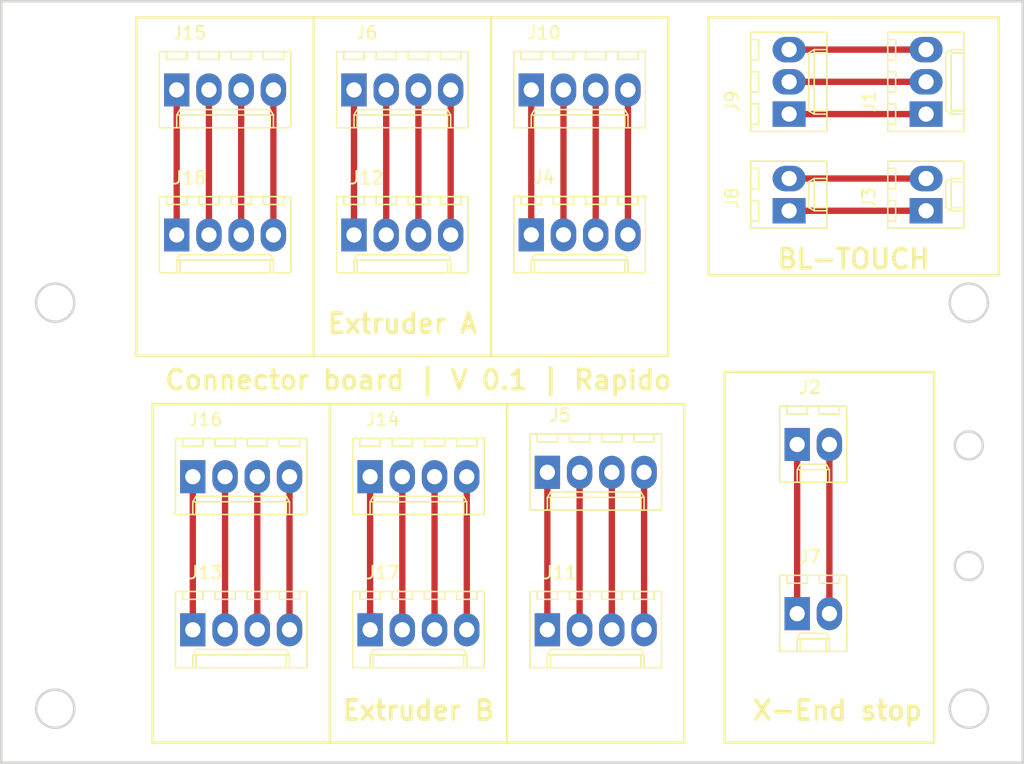
<source format=kicad_pcb>
(kicad_pcb (version 20171130) (host pcbnew "(5.0.0-rc2-dev-173-gf1cf95b8d)")

  (general
    (thickness 1.6)
    (drawings 38)
    (tracks 39)
    (zones 0)
    (modules 18)
    (nets 32)
  )

  (page A4)
  (layers
    (0 F.Cu signal)
    (31 B.Cu signal)
    (32 B.Adhes user)
    (33 F.Adhes user)
    (34 B.Paste user)
    (35 F.Paste user)
    (36 B.SilkS user)
    (37 F.SilkS user)
    (38 B.Mask user)
    (39 F.Mask user)
    (40 Dwgs.User user)
    (41 Cmts.User user)
    (42 Eco1.User user)
    (43 Eco2.User user)
    (44 Edge.Cuts user)
    (45 Margin user)
    (46 B.CrtYd user)
    (47 F.CrtYd user)
    (48 B.Fab user)
    (49 F.Fab user)
  )

  (setup
    (last_trace_width 0.5)
    (trace_clearance 0.2)
    (zone_clearance 0.508)
    (zone_45_only no)
    (trace_min 0.2)
    (segment_width 0.2)
    (edge_width 0.15)
    (via_size 0.8)
    (via_drill 0.4)
    (via_min_size 0.4)
    (via_min_drill 0.3)
    (uvia_size 0.3)
    (uvia_drill 0.1)
    (uvias_allowed no)
    (uvia_min_size 0.2)
    (uvia_min_drill 0.1)
    (pcb_text_width 0.3)
    (pcb_text_size 1.5 1.5)
    (mod_edge_width 0.15)
    (mod_text_size 1 1)
    (mod_text_width 0.15)
    (pad_size 1.524 1.524)
    (pad_drill 0.762)
    (pad_to_mask_clearance 0.2)
    (aux_axis_origin 0 0)
    (visible_elements 7FFFFFFF)
    (pcbplotparams
      (layerselection 0x010fc_ffffffff)
      (usegerberextensions false)
      (usegerberattributes false)
      (usegerberadvancedattributes false)
      (creategerberjobfile false)
      (excludeedgelayer true)
      (linewidth 0.100000)
      (plotframeref false)
      (viasonmask false)
      (mode 1)
      (useauxorigin false)
      (hpglpennumber 1)
      (hpglpenspeed 20)
      (hpglpendiameter 15)
      (psnegative false)
      (psa4output false)
      (plotreference true)
      (plotvalue true)
      (plotinvisibletext false)
      (padsonsilk false)
      (subtractmaskfromsilk false)
      (outputformat 1)
      (mirror false)
      (drillshape 1)
      (scaleselection 1)
      (outputdirectory ""))
  )

  (net 0 "")
  (net 1 "Net-(J1-Pad1)")
  (net 2 "Net-(J1-Pad2)")
  (net 3 "Net-(J1-Pad3)")
  (net 4 "Net-(J2-Pad1)")
  (net 5 "Net-(J2-Pad2)")
  (net 6 "Net-(J3-Pad1)")
  (net 7 "Net-(J3-Pad2)")
  (net 8 "Net-(J10-Pad4)")
  (net 9 "Net-(J10-Pad3)")
  (net 10 "Net-(J10-Pad2)")
  (net 11 "Net-(J10-Pad1)")
  (net 12 "Net-(J11-Pad4)")
  (net 13 "Net-(J11-Pad3)")
  (net 14 "Net-(J11-Pad2)")
  (net 15 "Net-(J11-Pad1)")
  (net 16 "Net-(J12-Pad4)")
  (net 17 "Net-(J12-Pad3)")
  (net 18 "Net-(J12-Pad2)")
  (net 19 "Net-(J12-Pad1)")
  (net 20 "Net-(J13-Pad4)")
  (net 21 "Net-(J13-Pad3)")
  (net 22 "Net-(J13-Pad2)")
  (net 23 "Net-(J13-Pad1)")
  (net 24 "Net-(J14-Pad4)")
  (net 25 "Net-(J14-Pad3)")
  (net 26 "Net-(J14-Pad2)")
  (net 27 "Net-(J14-Pad1)")
  (net 28 "Net-(J15-Pad4)")
  (net 29 "Net-(J15-Pad3)")
  (net 30 "Net-(J15-Pad2)")
  (net 31 "Net-(J15-Pad1)")

  (net_class Default "This is the default net class."
    (clearance 0.2)
    (trace_width 0.5)
    (via_dia 0.8)
    (via_drill 0.4)
    (uvia_dia 0.3)
    (uvia_drill 0.1)
  )

  (net_class Power ""
    (clearance 0.2)
    (trace_width 0.5)
    (via_dia 0.8)
    (via_drill 0.4)
    (uvia_dia 0.3)
    (uvia_drill 0.1)
    (add_net "Net-(J1-Pad1)")
    (add_net "Net-(J1-Pad2)")
    (add_net "Net-(J1-Pad3)")
    (add_net "Net-(J10-Pad1)")
    (add_net "Net-(J10-Pad2)")
    (add_net "Net-(J10-Pad3)")
    (add_net "Net-(J10-Pad4)")
    (add_net "Net-(J11-Pad1)")
    (add_net "Net-(J11-Pad2)")
    (add_net "Net-(J11-Pad3)")
    (add_net "Net-(J11-Pad4)")
    (add_net "Net-(J12-Pad1)")
    (add_net "Net-(J12-Pad2)")
    (add_net "Net-(J12-Pad3)")
    (add_net "Net-(J12-Pad4)")
    (add_net "Net-(J13-Pad1)")
    (add_net "Net-(J13-Pad2)")
    (add_net "Net-(J13-Pad3)")
    (add_net "Net-(J13-Pad4)")
    (add_net "Net-(J14-Pad1)")
    (add_net "Net-(J14-Pad2)")
    (add_net "Net-(J14-Pad3)")
    (add_net "Net-(J14-Pad4)")
    (add_net "Net-(J15-Pad1)")
    (add_net "Net-(J15-Pad2)")
    (add_net "Net-(J15-Pad3)")
    (add_net "Net-(J15-Pad4)")
    (add_net "Net-(J2-Pad1)")
    (add_net "Net-(J2-Pad2)")
    (add_net "Net-(J3-Pad1)")
    (add_net "Net-(J3-Pad2)")
  )

  (module Connectors_Molex:Molex_KK-6410-03_03x2.54mm_Straight (layer F.Cu) (tedit 58EE6EE6) (tstamp 5AB5810D)
    (at 138.43 57.785 90)
    (descr "Connector Headers with Friction Lock, 22-27-2031, http://www.molex.com/pdm_docs/sd/022272021_sd.pdf")
    (tags "connector molex kk_6410 22-27-2031")
    (path /5AB5A780)
    (fp_text reference J1 (at 1 -4.5 90) (layer F.SilkS)
      (effects (font (size 1 1) (thickness 0.15)))
    )
    (fp_text value Conn_01x03 (at 2.54 4.5 90) (layer F.Fab)
      (effects (font (size 1 1) (thickness 0.15)))
    )
    (fp_line (start -1.47 -3.12) (end -1.47 3.08) (layer F.Fab) (width 0.12))
    (fp_line (start -1.47 3.08) (end 6.55 3.08) (layer F.Fab) (width 0.12))
    (fp_line (start 6.55 3.08) (end 6.55 -3.12) (layer F.Fab) (width 0.12))
    (fp_line (start 6.55 -3.12) (end -1.47 -3.12) (layer F.Fab) (width 0.12))
    (fp_line (start -1.37 -3.02) (end -1.37 2.98) (layer F.SilkS) (width 0.12))
    (fp_line (start -1.37 2.98) (end 6.45 2.98) (layer F.SilkS) (width 0.12))
    (fp_line (start 6.45 2.98) (end 6.45 -3.02) (layer F.SilkS) (width 0.12))
    (fp_line (start 6.45 -3.02) (end -1.37 -3.02) (layer F.SilkS) (width 0.12))
    (fp_line (start 0 2.98) (end 0 1.98) (layer F.SilkS) (width 0.12))
    (fp_line (start 0 1.98) (end 5.08 1.98) (layer F.SilkS) (width 0.12))
    (fp_line (start 5.08 1.98) (end 5.08 2.98) (layer F.SilkS) (width 0.12))
    (fp_line (start 0 1.98) (end 0.25 1.55) (layer F.SilkS) (width 0.12))
    (fp_line (start 0.25 1.55) (end 4.83 1.55) (layer F.SilkS) (width 0.12))
    (fp_line (start 4.83 1.55) (end 5.08 1.98) (layer F.SilkS) (width 0.12))
    (fp_line (start 0.25 2.98) (end 0.25 1.98) (layer F.SilkS) (width 0.12))
    (fp_line (start 4.83 2.98) (end 4.83 1.98) (layer F.SilkS) (width 0.12))
    (fp_line (start -0.8 -3.02) (end -0.8 -2.4) (layer F.SilkS) (width 0.12))
    (fp_line (start -0.8 -2.4) (end 0.8 -2.4) (layer F.SilkS) (width 0.12))
    (fp_line (start 0.8 -2.4) (end 0.8 -3.02) (layer F.SilkS) (width 0.12))
    (fp_line (start 1.74 -3.02) (end 1.74 -2.4) (layer F.SilkS) (width 0.12))
    (fp_line (start 1.74 -2.4) (end 3.34 -2.4) (layer F.SilkS) (width 0.12))
    (fp_line (start 3.34 -2.4) (end 3.34 -3.02) (layer F.SilkS) (width 0.12))
    (fp_line (start 4.28 -3.02) (end 4.28 -2.4) (layer F.SilkS) (width 0.12))
    (fp_line (start 4.28 -2.4) (end 5.88 -2.4) (layer F.SilkS) (width 0.12))
    (fp_line (start 5.88 -2.4) (end 5.88 -3.02) (layer F.SilkS) (width 0.12))
    (fp_line (start -1.9 3.5) (end -1.9 -3.55) (layer F.CrtYd) (width 0.05))
    (fp_line (start -1.9 -3.55) (end 7 -3.55) (layer F.CrtYd) (width 0.05))
    (fp_line (start 7 -3.55) (end 7 3.5) (layer F.CrtYd) (width 0.05))
    (fp_line (start 7 3.5) (end -1.9 3.5) (layer F.CrtYd) (width 0.05))
    (fp_text user %R (at 2.54 0 90) (layer F.Fab)
      (effects (font (size 1 1) (thickness 0.15)))
    )
    (pad 1 thru_hole rect (at 0 0 90) (size 2 2.6) (drill 1.2) (layers *.Cu *.Mask)
      (net 1 "Net-(J1-Pad1)"))
    (pad 2 thru_hole oval (at 2.54 0 90) (size 2 2.6) (drill 1.2) (layers *.Cu *.Mask)
      (net 2 "Net-(J1-Pad2)"))
    (pad 3 thru_hole oval (at 5.08 0 90) (size 2 2.6) (drill 1.2) (layers *.Cu *.Mask)
      (net 3 "Net-(J1-Pad3)"))
    (model ${KISYS3DMOD}/Connectors_Molex.3dshapes/Molex_KK-6410-03_03x2.54mm_Straight.wrl
      (at (xyz 0 0 0))
      (scale (xyz 1 1 1))
      (rotate (xyz 0 0 0))
    )
  )

  (module Connectors_Molex:Molex_KK-6410-02_02x2.54mm_Straight (layer F.Cu) (tedit 58EE6EE4) (tstamp 5AB5812E)
    (at 128.27 83.82)
    (descr "Connector Headers with Friction Lock, 22-27-2021, http://www.molex.com/pdm_docs/sd/022272021_sd.pdf")
    (tags "connector molex kk_6410 22-27-2021")
    (path /5AB5A7A7)
    (fp_text reference J2 (at 1 -4.5) (layer F.SilkS)
      (effects (font (size 1 1) (thickness 0.15)))
    )
    (fp_text value Conn_01x02 (at 1.27 4.5) (layer F.Fab)
      (effects (font (size 1 1) (thickness 0.15)))
    )
    (fp_line (start -1.47 -3.12) (end -1.47 3.08) (layer F.Fab) (width 0.12))
    (fp_line (start -1.47 3.08) (end 4.01 3.08) (layer F.Fab) (width 0.12))
    (fp_line (start 4.01 3.08) (end 4.01 -3.12) (layer F.Fab) (width 0.12))
    (fp_line (start 4.01 -3.12) (end -1.47 -3.12) (layer F.Fab) (width 0.12))
    (fp_line (start -1.37 -3.02) (end -1.37 2.98) (layer F.SilkS) (width 0.12))
    (fp_line (start -1.37 2.98) (end 3.91 2.98) (layer F.SilkS) (width 0.12))
    (fp_line (start 3.91 2.98) (end 3.91 -3.02) (layer F.SilkS) (width 0.12))
    (fp_line (start 3.91 -3.02) (end -1.37 -3.02) (layer F.SilkS) (width 0.12))
    (fp_line (start 0 2.98) (end 0 1.98) (layer F.SilkS) (width 0.12))
    (fp_line (start 0 1.98) (end 2.54 1.98) (layer F.SilkS) (width 0.12))
    (fp_line (start 2.54 1.98) (end 2.54 2.98) (layer F.SilkS) (width 0.12))
    (fp_line (start 0 1.98) (end 0.25 1.55) (layer F.SilkS) (width 0.12))
    (fp_line (start 0.25 1.55) (end 2.29 1.55) (layer F.SilkS) (width 0.12))
    (fp_line (start 2.29 1.55) (end 2.54 1.98) (layer F.SilkS) (width 0.12))
    (fp_line (start 0.25 2.98) (end 0.25 1.98) (layer F.SilkS) (width 0.12))
    (fp_line (start 2.29 2.98) (end 2.29 1.98) (layer F.SilkS) (width 0.12))
    (fp_line (start -0.8 -3.02) (end -0.8 -2.4) (layer F.SilkS) (width 0.12))
    (fp_line (start -0.8 -2.4) (end 0.8 -2.4) (layer F.SilkS) (width 0.12))
    (fp_line (start 0.8 -2.4) (end 0.8 -3.02) (layer F.SilkS) (width 0.12))
    (fp_line (start 1.74 -3.02) (end 1.74 -2.4) (layer F.SilkS) (width 0.12))
    (fp_line (start 1.74 -2.4) (end 3.34 -2.4) (layer F.SilkS) (width 0.12))
    (fp_line (start 3.34 -2.4) (end 3.34 -3.02) (layer F.SilkS) (width 0.12))
    (fp_line (start -1.9 3.5) (end -1.9 -3.55) (layer F.CrtYd) (width 0.05))
    (fp_line (start -1.9 -3.55) (end 4.45 -3.55) (layer F.CrtYd) (width 0.05))
    (fp_line (start 4.45 -3.55) (end 4.45 3.5) (layer F.CrtYd) (width 0.05))
    (fp_line (start 4.45 3.5) (end -1.9 3.5) (layer F.CrtYd) (width 0.05))
    (fp_text user %R (at 1.27 0) (layer F.Fab)
      (effects (font (size 1 1) (thickness 0.15)))
    )
    (pad 1 thru_hole rect (at 0 0) (size 2 2.6) (drill 1.2) (layers *.Cu *.Mask)
      (net 4 "Net-(J2-Pad1)"))
    (pad 2 thru_hole oval (at 2.54 0) (size 2 2.6) (drill 1.2) (layers *.Cu *.Mask)
      (net 5 "Net-(J2-Pad2)"))
    (model ${KISYS3DMOD}/Connectors_Molex.3dshapes/Molex_KK-6410-02_02x2.54mm_Straight.wrl
      (at (xyz 0 0 0))
      (scale (xyz 1 1 1))
      (rotate (xyz 0 0 0))
    )
  )

  (module Connectors_Molex:Molex_KK-6410-02_02x2.54mm_Straight (layer F.Cu) (tedit 58EE6EE4) (tstamp 5AB5814F)
    (at 138.43 65.405 90)
    (descr "Connector Headers with Friction Lock, 22-27-2021, http://www.molex.com/pdm_docs/sd/022272021_sd.pdf")
    (tags "connector molex kk_6410 22-27-2021")
    (path /5AB5C6F0)
    (fp_text reference J3 (at 1 -4.5 90) (layer F.SilkS)
      (effects (font (size 1 1) (thickness 0.15)))
    )
    (fp_text value Conn_01x02 (at 1.27 4.5 90) (layer F.Fab)
      (effects (font (size 1 1) (thickness 0.15)))
    )
    (fp_line (start -1.47 -3.12) (end -1.47 3.08) (layer F.Fab) (width 0.12))
    (fp_line (start -1.47 3.08) (end 4.01 3.08) (layer F.Fab) (width 0.12))
    (fp_line (start 4.01 3.08) (end 4.01 -3.12) (layer F.Fab) (width 0.12))
    (fp_line (start 4.01 -3.12) (end -1.47 -3.12) (layer F.Fab) (width 0.12))
    (fp_line (start -1.37 -3.02) (end -1.37 2.98) (layer F.SilkS) (width 0.12))
    (fp_line (start -1.37 2.98) (end 3.91 2.98) (layer F.SilkS) (width 0.12))
    (fp_line (start 3.91 2.98) (end 3.91 -3.02) (layer F.SilkS) (width 0.12))
    (fp_line (start 3.91 -3.02) (end -1.37 -3.02) (layer F.SilkS) (width 0.12))
    (fp_line (start 0 2.98) (end 0 1.98) (layer F.SilkS) (width 0.12))
    (fp_line (start 0 1.98) (end 2.54 1.98) (layer F.SilkS) (width 0.12))
    (fp_line (start 2.54 1.98) (end 2.54 2.98) (layer F.SilkS) (width 0.12))
    (fp_line (start 0 1.98) (end 0.25 1.55) (layer F.SilkS) (width 0.12))
    (fp_line (start 0.25 1.55) (end 2.29 1.55) (layer F.SilkS) (width 0.12))
    (fp_line (start 2.29 1.55) (end 2.54 1.98) (layer F.SilkS) (width 0.12))
    (fp_line (start 0.25 2.98) (end 0.25 1.98) (layer F.SilkS) (width 0.12))
    (fp_line (start 2.29 2.98) (end 2.29 1.98) (layer F.SilkS) (width 0.12))
    (fp_line (start -0.8 -3.02) (end -0.8 -2.4) (layer F.SilkS) (width 0.12))
    (fp_line (start -0.8 -2.4) (end 0.8 -2.4) (layer F.SilkS) (width 0.12))
    (fp_line (start 0.8 -2.4) (end 0.8 -3.02) (layer F.SilkS) (width 0.12))
    (fp_line (start 1.74 -3.02) (end 1.74 -2.4) (layer F.SilkS) (width 0.12))
    (fp_line (start 1.74 -2.4) (end 3.34 -2.4) (layer F.SilkS) (width 0.12))
    (fp_line (start 3.34 -2.4) (end 3.34 -3.02) (layer F.SilkS) (width 0.12))
    (fp_line (start -1.9 3.5) (end -1.9 -3.55) (layer F.CrtYd) (width 0.05))
    (fp_line (start -1.9 -3.55) (end 4.45 -3.55) (layer F.CrtYd) (width 0.05))
    (fp_line (start 4.45 -3.55) (end 4.45 3.5) (layer F.CrtYd) (width 0.05))
    (fp_line (start 4.45 3.5) (end -1.9 3.5) (layer F.CrtYd) (width 0.05))
    (fp_text user %R (at 1.27 0 90) (layer F.Fab)
      (effects (font (size 1 1) (thickness 0.15)))
    )
    (pad 1 thru_hole rect (at 0 0 90) (size 2 2.6) (drill 1.2) (layers *.Cu *.Mask)
      (net 6 "Net-(J3-Pad1)"))
    (pad 2 thru_hole oval (at 2.54 0 90) (size 2 2.6) (drill 1.2) (layers *.Cu *.Mask)
      (net 7 "Net-(J3-Pad2)"))
    (model ${KISYS3DMOD}/Connectors_Molex.3dshapes/Molex_KK-6410-02_02x2.54mm_Straight.wrl
      (at (xyz 0 0 0))
      (scale (xyz 1 1 1))
      (rotate (xyz 0 0 0))
    )
  )

  (module Connectors_Molex:Molex_KK-6410-04_04x2.54mm_Straight (layer F.Cu) (tedit 58EE6EE8) (tstamp 5AB58178)
    (at 107.315 67.3)
    (descr "Connector Headers with Friction Lock, 22-27-2041, http://www.molex.com/pdm_docs/sd/022272021_sd.pdf")
    (tags "connector molex kk_6410 22-27-2041")
    (path /5AB5AAAE)
    (fp_text reference J4 (at 1 -4.5) (layer F.SilkS)
      (effects (font (size 1 1) (thickness 0.15)))
    )
    (fp_text value Conn_01x04 (at 3.81 4.5) (layer F.Fab)
      (effects (font (size 1 1) (thickness 0.15)))
    )
    (fp_text user %R (at 3.81 0) (layer F.Fab)
      (effects (font (size 1 1) (thickness 0.15)))
    )
    (fp_line (start 9.5 3.5) (end -1.9 3.5) (layer F.CrtYd) (width 0.05))
    (fp_line (start 9.5 -3.55) (end 9.5 3.5) (layer F.CrtYd) (width 0.05))
    (fp_line (start -1.9 -3.55) (end 9.5 -3.55) (layer F.CrtYd) (width 0.05))
    (fp_line (start -1.9 3.5) (end -1.9 -3.55) (layer F.CrtYd) (width 0.05))
    (fp_line (start 8.42 -2.4) (end 8.42 -3.02) (layer F.SilkS) (width 0.12))
    (fp_line (start 6.82 -2.4) (end 8.42 -2.4) (layer F.SilkS) (width 0.12))
    (fp_line (start 6.82 -3.02) (end 6.82 -2.4) (layer F.SilkS) (width 0.12))
    (fp_line (start 5.88 -2.4) (end 5.88 -3.02) (layer F.SilkS) (width 0.12))
    (fp_line (start 4.28 -2.4) (end 5.88 -2.4) (layer F.SilkS) (width 0.12))
    (fp_line (start 4.28 -3.02) (end 4.28 -2.4) (layer F.SilkS) (width 0.12))
    (fp_line (start 3.34 -2.4) (end 3.34 -3.02) (layer F.SilkS) (width 0.12))
    (fp_line (start 1.74 -2.4) (end 3.34 -2.4) (layer F.SilkS) (width 0.12))
    (fp_line (start 1.74 -3.02) (end 1.74 -2.4) (layer F.SilkS) (width 0.12))
    (fp_line (start 0.8 -2.4) (end 0.8 -3.02) (layer F.SilkS) (width 0.12))
    (fp_line (start -0.8 -2.4) (end 0.8 -2.4) (layer F.SilkS) (width 0.12))
    (fp_line (start -0.8 -3.02) (end -0.8 -2.4) (layer F.SilkS) (width 0.12))
    (fp_line (start 7.37 2.98) (end 7.37 1.98) (layer F.SilkS) (width 0.12))
    (fp_line (start 0.25 2.98) (end 0.25 1.98) (layer F.SilkS) (width 0.12))
    (fp_line (start 7.37 1.55) (end 7.62 1.98) (layer F.SilkS) (width 0.12))
    (fp_line (start 0.25 1.55) (end 7.37 1.55) (layer F.SilkS) (width 0.12))
    (fp_line (start 0 1.98) (end 0.25 1.55) (layer F.SilkS) (width 0.12))
    (fp_line (start 7.62 1.98) (end 7.62 2.98) (layer F.SilkS) (width 0.12))
    (fp_line (start 0 1.98) (end 7.62 1.98) (layer F.SilkS) (width 0.12))
    (fp_line (start 0 2.98) (end 0 1.98) (layer F.SilkS) (width 0.12))
    (fp_line (start 8.99 -3.02) (end -1.37 -3.02) (layer F.SilkS) (width 0.12))
    (fp_line (start 8.99 2.98) (end 8.99 -3.02) (layer F.SilkS) (width 0.12))
    (fp_line (start -1.37 2.98) (end 8.99 2.98) (layer F.SilkS) (width 0.12))
    (fp_line (start -1.37 -3.02) (end -1.37 2.98) (layer F.SilkS) (width 0.12))
    (fp_line (start 9.09 -3.12) (end -1.47 -3.12) (layer F.Fab) (width 0.12))
    (fp_line (start 9.09 3.08) (end 9.09 -3.12) (layer F.Fab) (width 0.12))
    (fp_line (start -1.47 3.08) (end 9.09 3.08) (layer F.Fab) (width 0.12))
    (fp_line (start -1.47 -3.12) (end -1.47 3.08) (layer F.Fab) (width 0.12))
    (pad 4 thru_hole oval (at 7.62 0) (size 2 2.6) (drill 1.2) (layers *.Cu *.Mask)
      (net 8 "Net-(J10-Pad4)"))
    (pad 3 thru_hole oval (at 5.08 0) (size 2 2.6) (drill 1.2) (layers *.Cu *.Mask)
      (net 9 "Net-(J10-Pad3)"))
    (pad 2 thru_hole oval (at 2.54 0) (size 2 2.6) (drill 1.2) (layers *.Cu *.Mask)
      (net 10 "Net-(J10-Pad2)"))
    (pad 1 thru_hole rect (at 0 0) (size 2 2.6) (drill 1.2) (layers *.Cu *.Mask)
      (net 11 "Net-(J10-Pad1)"))
    (model ${KISYS3DMOD}/Connectors_Molex.3dshapes/Molex_KK-6410-04_04x2.54mm_Straight.wrl
      (at (xyz 0 0 0))
      (scale (xyz 1 1 1))
      (rotate (xyz 0 0 0))
    )
  )

  (module Connectors_Molex:Molex_KK-6410-04_04x2.54mm_Straight (layer F.Cu) (tedit 58EE6EE8) (tstamp 5AB581A1)
    (at 108.585 86.015)
    (descr "Connector Headers with Friction Lock, 22-27-2041, http://www.molex.com/pdm_docs/sd/022272021_sd.pdf")
    (tags "connector molex kk_6410 22-27-2041")
    (path /5AB5B6CA)
    (fp_text reference J5 (at 1 -4.5) (layer F.SilkS)
      (effects (font (size 1 1) (thickness 0.15)))
    )
    (fp_text value Conn_01x04 (at 3.81 4.5) (layer F.Fab)
      (effects (font (size 1 1) (thickness 0.15)))
    )
    (fp_text user %R (at 3.81 0) (layer F.Fab)
      (effects (font (size 1 1) (thickness 0.15)))
    )
    (fp_line (start 9.5 3.5) (end -1.9 3.5) (layer F.CrtYd) (width 0.05))
    (fp_line (start 9.5 -3.55) (end 9.5 3.5) (layer F.CrtYd) (width 0.05))
    (fp_line (start -1.9 -3.55) (end 9.5 -3.55) (layer F.CrtYd) (width 0.05))
    (fp_line (start -1.9 3.5) (end -1.9 -3.55) (layer F.CrtYd) (width 0.05))
    (fp_line (start 8.42 -2.4) (end 8.42 -3.02) (layer F.SilkS) (width 0.12))
    (fp_line (start 6.82 -2.4) (end 8.42 -2.4) (layer F.SilkS) (width 0.12))
    (fp_line (start 6.82 -3.02) (end 6.82 -2.4) (layer F.SilkS) (width 0.12))
    (fp_line (start 5.88 -2.4) (end 5.88 -3.02) (layer F.SilkS) (width 0.12))
    (fp_line (start 4.28 -2.4) (end 5.88 -2.4) (layer F.SilkS) (width 0.12))
    (fp_line (start 4.28 -3.02) (end 4.28 -2.4) (layer F.SilkS) (width 0.12))
    (fp_line (start 3.34 -2.4) (end 3.34 -3.02) (layer F.SilkS) (width 0.12))
    (fp_line (start 1.74 -2.4) (end 3.34 -2.4) (layer F.SilkS) (width 0.12))
    (fp_line (start 1.74 -3.02) (end 1.74 -2.4) (layer F.SilkS) (width 0.12))
    (fp_line (start 0.8 -2.4) (end 0.8 -3.02) (layer F.SilkS) (width 0.12))
    (fp_line (start -0.8 -2.4) (end 0.8 -2.4) (layer F.SilkS) (width 0.12))
    (fp_line (start -0.8 -3.02) (end -0.8 -2.4) (layer F.SilkS) (width 0.12))
    (fp_line (start 7.37 2.98) (end 7.37 1.98) (layer F.SilkS) (width 0.12))
    (fp_line (start 0.25 2.98) (end 0.25 1.98) (layer F.SilkS) (width 0.12))
    (fp_line (start 7.37 1.55) (end 7.62 1.98) (layer F.SilkS) (width 0.12))
    (fp_line (start 0.25 1.55) (end 7.37 1.55) (layer F.SilkS) (width 0.12))
    (fp_line (start 0 1.98) (end 0.25 1.55) (layer F.SilkS) (width 0.12))
    (fp_line (start 7.62 1.98) (end 7.62 2.98) (layer F.SilkS) (width 0.12))
    (fp_line (start 0 1.98) (end 7.62 1.98) (layer F.SilkS) (width 0.12))
    (fp_line (start 0 2.98) (end 0 1.98) (layer F.SilkS) (width 0.12))
    (fp_line (start 8.99 -3.02) (end -1.37 -3.02) (layer F.SilkS) (width 0.12))
    (fp_line (start 8.99 2.98) (end 8.99 -3.02) (layer F.SilkS) (width 0.12))
    (fp_line (start -1.37 2.98) (end 8.99 2.98) (layer F.SilkS) (width 0.12))
    (fp_line (start -1.37 -3.02) (end -1.37 2.98) (layer F.SilkS) (width 0.12))
    (fp_line (start 9.09 -3.12) (end -1.47 -3.12) (layer F.Fab) (width 0.12))
    (fp_line (start 9.09 3.08) (end 9.09 -3.12) (layer F.Fab) (width 0.12))
    (fp_line (start -1.47 3.08) (end 9.09 3.08) (layer F.Fab) (width 0.12))
    (fp_line (start -1.47 -3.12) (end -1.47 3.08) (layer F.Fab) (width 0.12))
    (pad 4 thru_hole oval (at 7.62 0) (size 2 2.6) (drill 1.2) (layers *.Cu *.Mask)
      (net 12 "Net-(J11-Pad4)"))
    (pad 3 thru_hole oval (at 5.08 0) (size 2 2.6) (drill 1.2) (layers *.Cu *.Mask)
      (net 13 "Net-(J11-Pad3)"))
    (pad 2 thru_hole oval (at 2.54 0) (size 2 2.6) (drill 1.2) (layers *.Cu *.Mask)
      (net 14 "Net-(J11-Pad2)"))
    (pad 1 thru_hole rect (at 0 0) (size 2 2.6) (drill 1.2) (layers *.Cu *.Mask)
      (net 15 "Net-(J11-Pad1)"))
    (model ${KISYS3DMOD}/Connectors_Molex.3dshapes/Molex_KK-6410-04_04x2.54mm_Straight.wrl
      (at (xyz 0 0 0))
      (scale (xyz 1 1 1))
      (rotate (xyz 0 0 0))
    )
  )

  (module Connectors_Molex:Molex_KK-6410-04_04x2.54mm_Straight (layer F.Cu) (tedit 58EE6EE8) (tstamp 5AB581CA)
    (at 93.345 55.88)
    (descr "Connector Headers with Friction Lock, 22-27-2041, http://www.molex.com/pdm_docs/sd/022272021_sd.pdf")
    (tags "connector molex kk_6410 22-27-2041")
    (path /5AB5B8A5)
    (fp_text reference J6 (at 1 -4.5) (layer F.SilkS)
      (effects (font (size 1 1) (thickness 0.15)))
    )
    (fp_text value Conn_01x04 (at 3.81 4.5) (layer F.Fab)
      (effects (font (size 1 1) (thickness 0.15)))
    )
    (fp_text user %R (at 3.81 0) (layer F.Fab)
      (effects (font (size 1 1) (thickness 0.15)))
    )
    (fp_line (start 9.5 3.5) (end -1.9 3.5) (layer F.CrtYd) (width 0.05))
    (fp_line (start 9.5 -3.55) (end 9.5 3.5) (layer F.CrtYd) (width 0.05))
    (fp_line (start -1.9 -3.55) (end 9.5 -3.55) (layer F.CrtYd) (width 0.05))
    (fp_line (start -1.9 3.5) (end -1.9 -3.55) (layer F.CrtYd) (width 0.05))
    (fp_line (start 8.42 -2.4) (end 8.42 -3.02) (layer F.SilkS) (width 0.12))
    (fp_line (start 6.82 -2.4) (end 8.42 -2.4) (layer F.SilkS) (width 0.12))
    (fp_line (start 6.82 -3.02) (end 6.82 -2.4) (layer F.SilkS) (width 0.12))
    (fp_line (start 5.88 -2.4) (end 5.88 -3.02) (layer F.SilkS) (width 0.12))
    (fp_line (start 4.28 -2.4) (end 5.88 -2.4) (layer F.SilkS) (width 0.12))
    (fp_line (start 4.28 -3.02) (end 4.28 -2.4) (layer F.SilkS) (width 0.12))
    (fp_line (start 3.34 -2.4) (end 3.34 -3.02) (layer F.SilkS) (width 0.12))
    (fp_line (start 1.74 -2.4) (end 3.34 -2.4) (layer F.SilkS) (width 0.12))
    (fp_line (start 1.74 -3.02) (end 1.74 -2.4) (layer F.SilkS) (width 0.12))
    (fp_line (start 0.8 -2.4) (end 0.8 -3.02) (layer F.SilkS) (width 0.12))
    (fp_line (start -0.8 -2.4) (end 0.8 -2.4) (layer F.SilkS) (width 0.12))
    (fp_line (start -0.8 -3.02) (end -0.8 -2.4) (layer F.SilkS) (width 0.12))
    (fp_line (start 7.37 2.98) (end 7.37 1.98) (layer F.SilkS) (width 0.12))
    (fp_line (start 0.25 2.98) (end 0.25 1.98) (layer F.SilkS) (width 0.12))
    (fp_line (start 7.37 1.55) (end 7.62 1.98) (layer F.SilkS) (width 0.12))
    (fp_line (start 0.25 1.55) (end 7.37 1.55) (layer F.SilkS) (width 0.12))
    (fp_line (start 0 1.98) (end 0.25 1.55) (layer F.SilkS) (width 0.12))
    (fp_line (start 7.62 1.98) (end 7.62 2.98) (layer F.SilkS) (width 0.12))
    (fp_line (start 0 1.98) (end 7.62 1.98) (layer F.SilkS) (width 0.12))
    (fp_line (start 0 2.98) (end 0 1.98) (layer F.SilkS) (width 0.12))
    (fp_line (start 8.99 -3.02) (end -1.37 -3.02) (layer F.SilkS) (width 0.12))
    (fp_line (start 8.99 2.98) (end 8.99 -3.02) (layer F.SilkS) (width 0.12))
    (fp_line (start -1.37 2.98) (end 8.99 2.98) (layer F.SilkS) (width 0.12))
    (fp_line (start -1.37 -3.02) (end -1.37 2.98) (layer F.SilkS) (width 0.12))
    (fp_line (start 9.09 -3.12) (end -1.47 -3.12) (layer F.Fab) (width 0.12))
    (fp_line (start 9.09 3.08) (end 9.09 -3.12) (layer F.Fab) (width 0.12))
    (fp_line (start -1.47 3.08) (end 9.09 3.08) (layer F.Fab) (width 0.12))
    (fp_line (start -1.47 -3.12) (end -1.47 3.08) (layer F.Fab) (width 0.12))
    (pad 4 thru_hole oval (at 7.62 0) (size 2 2.6) (drill 1.2) (layers *.Cu *.Mask)
      (net 16 "Net-(J12-Pad4)"))
    (pad 3 thru_hole oval (at 5.08 0) (size 2 2.6) (drill 1.2) (layers *.Cu *.Mask)
      (net 17 "Net-(J12-Pad3)"))
    (pad 2 thru_hole oval (at 2.54 0) (size 2 2.6) (drill 1.2) (layers *.Cu *.Mask)
      (net 18 "Net-(J12-Pad2)"))
    (pad 1 thru_hole rect (at 0 0) (size 2 2.6) (drill 1.2) (layers *.Cu *.Mask)
      (net 19 "Net-(J12-Pad1)"))
    (model ${KISYS3DMOD}/Connectors_Molex.3dshapes/Molex_KK-6410-04_04x2.54mm_Straight.wrl
      (at (xyz 0 0 0))
      (scale (xyz 1 1 1))
      (rotate (xyz 0 0 0))
    )
  )

  (module Connectors_Molex:Molex_KK-6410-02_02x2.54mm_Straight (layer F.Cu) (tedit 58EE6EE4) (tstamp 5AB581EB)
    (at 128.27 97.155)
    (descr "Connector Headers with Friction Lock, 22-27-2021, http://www.molex.com/pdm_docs/sd/022272021_sd.pdf")
    (tags "connector molex kk_6410 22-27-2021")
    (path /5AB5BDA6)
    (fp_text reference J7 (at 1 -4.5) (layer F.SilkS)
      (effects (font (size 1 1) (thickness 0.15)))
    )
    (fp_text value Conn_01x02 (at 1.27 4.5) (layer F.Fab)
      (effects (font (size 1 1) (thickness 0.15)))
    )
    (fp_text user %R (at 1.27 0) (layer F.Fab)
      (effects (font (size 1 1) (thickness 0.15)))
    )
    (fp_line (start 4.45 3.5) (end -1.9 3.5) (layer F.CrtYd) (width 0.05))
    (fp_line (start 4.45 -3.55) (end 4.45 3.5) (layer F.CrtYd) (width 0.05))
    (fp_line (start -1.9 -3.55) (end 4.45 -3.55) (layer F.CrtYd) (width 0.05))
    (fp_line (start -1.9 3.5) (end -1.9 -3.55) (layer F.CrtYd) (width 0.05))
    (fp_line (start 3.34 -2.4) (end 3.34 -3.02) (layer F.SilkS) (width 0.12))
    (fp_line (start 1.74 -2.4) (end 3.34 -2.4) (layer F.SilkS) (width 0.12))
    (fp_line (start 1.74 -3.02) (end 1.74 -2.4) (layer F.SilkS) (width 0.12))
    (fp_line (start 0.8 -2.4) (end 0.8 -3.02) (layer F.SilkS) (width 0.12))
    (fp_line (start -0.8 -2.4) (end 0.8 -2.4) (layer F.SilkS) (width 0.12))
    (fp_line (start -0.8 -3.02) (end -0.8 -2.4) (layer F.SilkS) (width 0.12))
    (fp_line (start 2.29 2.98) (end 2.29 1.98) (layer F.SilkS) (width 0.12))
    (fp_line (start 0.25 2.98) (end 0.25 1.98) (layer F.SilkS) (width 0.12))
    (fp_line (start 2.29 1.55) (end 2.54 1.98) (layer F.SilkS) (width 0.12))
    (fp_line (start 0.25 1.55) (end 2.29 1.55) (layer F.SilkS) (width 0.12))
    (fp_line (start 0 1.98) (end 0.25 1.55) (layer F.SilkS) (width 0.12))
    (fp_line (start 2.54 1.98) (end 2.54 2.98) (layer F.SilkS) (width 0.12))
    (fp_line (start 0 1.98) (end 2.54 1.98) (layer F.SilkS) (width 0.12))
    (fp_line (start 0 2.98) (end 0 1.98) (layer F.SilkS) (width 0.12))
    (fp_line (start 3.91 -3.02) (end -1.37 -3.02) (layer F.SilkS) (width 0.12))
    (fp_line (start 3.91 2.98) (end 3.91 -3.02) (layer F.SilkS) (width 0.12))
    (fp_line (start -1.37 2.98) (end 3.91 2.98) (layer F.SilkS) (width 0.12))
    (fp_line (start -1.37 -3.02) (end -1.37 2.98) (layer F.SilkS) (width 0.12))
    (fp_line (start 4.01 -3.12) (end -1.47 -3.12) (layer F.Fab) (width 0.12))
    (fp_line (start 4.01 3.08) (end 4.01 -3.12) (layer F.Fab) (width 0.12))
    (fp_line (start -1.47 3.08) (end 4.01 3.08) (layer F.Fab) (width 0.12))
    (fp_line (start -1.47 -3.12) (end -1.47 3.08) (layer F.Fab) (width 0.12))
    (pad 2 thru_hole oval (at 2.54 0) (size 2 2.6) (drill 1.2) (layers *.Cu *.Mask)
      (net 5 "Net-(J2-Pad2)"))
    (pad 1 thru_hole rect (at 0 0) (size 2 2.6) (drill 1.2) (layers *.Cu *.Mask)
      (net 4 "Net-(J2-Pad1)"))
    (model ${KISYS3DMOD}/Connectors_Molex.3dshapes/Molex_KK-6410-02_02x2.54mm_Straight.wrl
      (at (xyz 0 0 0))
      (scale (xyz 1 1 1))
      (rotate (xyz 0 0 0))
    )
  )

  (module Connectors_Molex:Molex_KK-6410-02_02x2.54mm_Straight (layer F.Cu) (tedit 58EE6EE4) (tstamp 5AB5820C)
    (at 127.635 65.405 90)
    (descr "Connector Headers with Friction Lock, 22-27-2021, http://www.molex.com/pdm_docs/sd/022272021_sd.pdf")
    (tags "connector molex kk_6410 22-27-2021")
    (path /5AB5C6F6)
    (fp_text reference J8 (at 1 -4.5 90) (layer F.SilkS)
      (effects (font (size 1 1) (thickness 0.15)))
    )
    (fp_text value Conn_01x02 (at 1.27 4.5 90) (layer F.Fab)
      (effects (font (size 1 1) (thickness 0.15)))
    )
    (fp_text user %R (at 1.27 0 90) (layer F.Fab)
      (effects (font (size 1 1) (thickness 0.15)))
    )
    (fp_line (start 4.45 3.5) (end -1.9 3.5) (layer F.CrtYd) (width 0.05))
    (fp_line (start 4.45 -3.55) (end 4.45 3.5) (layer F.CrtYd) (width 0.05))
    (fp_line (start -1.9 -3.55) (end 4.45 -3.55) (layer F.CrtYd) (width 0.05))
    (fp_line (start -1.9 3.5) (end -1.9 -3.55) (layer F.CrtYd) (width 0.05))
    (fp_line (start 3.34 -2.4) (end 3.34 -3.02) (layer F.SilkS) (width 0.12))
    (fp_line (start 1.74 -2.4) (end 3.34 -2.4) (layer F.SilkS) (width 0.12))
    (fp_line (start 1.74 -3.02) (end 1.74 -2.4) (layer F.SilkS) (width 0.12))
    (fp_line (start 0.8 -2.4) (end 0.8 -3.02) (layer F.SilkS) (width 0.12))
    (fp_line (start -0.8 -2.4) (end 0.8 -2.4) (layer F.SilkS) (width 0.12))
    (fp_line (start -0.8 -3.02) (end -0.8 -2.4) (layer F.SilkS) (width 0.12))
    (fp_line (start 2.29 2.98) (end 2.29 1.98) (layer F.SilkS) (width 0.12))
    (fp_line (start 0.25 2.98) (end 0.25 1.98) (layer F.SilkS) (width 0.12))
    (fp_line (start 2.29 1.55) (end 2.54 1.98) (layer F.SilkS) (width 0.12))
    (fp_line (start 0.25 1.55) (end 2.29 1.55) (layer F.SilkS) (width 0.12))
    (fp_line (start 0 1.98) (end 0.25 1.55) (layer F.SilkS) (width 0.12))
    (fp_line (start 2.54 1.98) (end 2.54 2.98) (layer F.SilkS) (width 0.12))
    (fp_line (start 0 1.98) (end 2.54 1.98) (layer F.SilkS) (width 0.12))
    (fp_line (start 0 2.98) (end 0 1.98) (layer F.SilkS) (width 0.12))
    (fp_line (start 3.91 -3.02) (end -1.37 -3.02) (layer F.SilkS) (width 0.12))
    (fp_line (start 3.91 2.98) (end 3.91 -3.02) (layer F.SilkS) (width 0.12))
    (fp_line (start -1.37 2.98) (end 3.91 2.98) (layer F.SilkS) (width 0.12))
    (fp_line (start -1.37 -3.02) (end -1.37 2.98) (layer F.SilkS) (width 0.12))
    (fp_line (start 4.01 -3.12) (end -1.47 -3.12) (layer F.Fab) (width 0.12))
    (fp_line (start 4.01 3.08) (end 4.01 -3.12) (layer F.Fab) (width 0.12))
    (fp_line (start -1.47 3.08) (end 4.01 3.08) (layer F.Fab) (width 0.12))
    (fp_line (start -1.47 -3.12) (end -1.47 3.08) (layer F.Fab) (width 0.12))
    (pad 2 thru_hole oval (at 2.54 0 90) (size 2 2.6) (drill 1.2) (layers *.Cu *.Mask)
      (net 7 "Net-(J3-Pad2)"))
    (pad 1 thru_hole rect (at 0 0 90) (size 2 2.6) (drill 1.2) (layers *.Cu *.Mask)
      (net 6 "Net-(J3-Pad1)"))
    (model ${KISYS3DMOD}/Connectors_Molex.3dshapes/Molex_KK-6410-02_02x2.54mm_Straight.wrl
      (at (xyz 0 0 0))
      (scale (xyz 1 1 1))
      (rotate (xyz 0 0 0))
    )
  )

  (module Connectors_Molex:Molex_KK-6410-03_03x2.54mm_Straight (layer F.Cu) (tedit 58EE6EE6) (tstamp 5AB58231)
    (at 127.635 57.785 90)
    (descr "Connector Headers with Friction Lock, 22-27-2031, http://www.molex.com/pdm_docs/sd/022272021_sd.pdf")
    (tags "connector molex kk_6410 22-27-2031")
    (path /5AB5BDDA)
    (fp_text reference J9 (at 1 -4.5 90) (layer F.SilkS)
      (effects (font (size 1 1) (thickness 0.15)))
    )
    (fp_text value Conn_01x03 (at 2.54 4.5 90) (layer F.Fab)
      (effects (font (size 1 1) (thickness 0.15)))
    )
    (fp_text user %R (at 2.54 0 90) (layer F.Fab)
      (effects (font (size 1 1) (thickness 0.15)))
    )
    (fp_line (start 7 3.5) (end -1.9 3.5) (layer F.CrtYd) (width 0.05))
    (fp_line (start 7 -3.55) (end 7 3.5) (layer F.CrtYd) (width 0.05))
    (fp_line (start -1.9 -3.55) (end 7 -3.55) (layer F.CrtYd) (width 0.05))
    (fp_line (start -1.9 3.5) (end -1.9 -3.55) (layer F.CrtYd) (width 0.05))
    (fp_line (start 5.88 -2.4) (end 5.88 -3.02) (layer F.SilkS) (width 0.12))
    (fp_line (start 4.28 -2.4) (end 5.88 -2.4) (layer F.SilkS) (width 0.12))
    (fp_line (start 4.28 -3.02) (end 4.28 -2.4) (layer F.SilkS) (width 0.12))
    (fp_line (start 3.34 -2.4) (end 3.34 -3.02) (layer F.SilkS) (width 0.12))
    (fp_line (start 1.74 -2.4) (end 3.34 -2.4) (layer F.SilkS) (width 0.12))
    (fp_line (start 1.74 -3.02) (end 1.74 -2.4) (layer F.SilkS) (width 0.12))
    (fp_line (start 0.8 -2.4) (end 0.8 -3.02) (layer F.SilkS) (width 0.12))
    (fp_line (start -0.8 -2.4) (end 0.8 -2.4) (layer F.SilkS) (width 0.12))
    (fp_line (start -0.8 -3.02) (end -0.8 -2.4) (layer F.SilkS) (width 0.12))
    (fp_line (start 4.83 2.98) (end 4.83 1.98) (layer F.SilkS) (width 0.12))
    (fp_line (start 0.25 2.98) (end 0.25 1.98) (layer F.SilkS) (width 0.12))
    (fp_line (start 4.83 1.55) (end 5.08 1.98) (layer F.SilkS) (width 0.12))
    (fp_line (start 0.25 1.55) (end 4.83 1.55) (layer F.SilkS) (width 0.12))
    (fp_line (start 0 1.98) (end 0.25 1.55) (layer F.SilkS) (width 0.12))
    (fp_line (start 5.08 1.98) (end 5.08 2.98) (layer F.SilkS) (width 0.12))
    (fp_line (start 0 1.98) (end 5.08 1.98) (layer F.SilkS) (width 0.12))
    (fp_line (start 0 2.98) (end 0 1.98) (layer F.SilkS) (width 0.12))
    (fp_line (start 6.45 -3.02) (end -1.37 -3.02) (layer F.SilkS) (width 0.12))
    (fp_line (start 6.45 2.98) (end 6.45 -3.02) (layer F.SilkS) (width 0.12))
    (fp_line (start -1.37 2.98) (end 6.45 2.98) (layer F.SilkS) (width 0.12))
    (fp_line (start -1.37 -3.02) (end -1.37 2.98) (layer F.SilkS) (width 0.12))
    (fp_line (start 6.55 -3.12) (end -1.47 -3.12) (layer F.Fab) (width 0.12))
    (fp_line (start 6.55 3.08) (end 6.55 -3.12) (layer F.Fab) (width 0.12))
    (fp_line (start -1.47 3.08) (end 6.55 3.08) (layer F.Fab) (width 0.12))
    (fp_line (start -1.47 -3.12) (end -1.47 3.08) (layer F.Fab) (width 0.12))
    (pad 3 thru_hole oval (at 5.08 0 90) (size 2 2.6) (drill 1.2) (layers *.Cu *.Mask)
      (net 3 "Net-(J1-Pad3)"))
    (pad 2 thru_hole oval (at 2.54 0 90) (size 2 2.6) (drill 1.2) (layers *.Cu *.Mask)
      (net 2 "Net-(J1-Pad2)"))
    (pad 1 thru_hole rect (at 0 0 90) (size 2 2.6) (drill 1.2) (layers *.Cu *.Mask)
      (net 1 "Net-(J1-Pad1)"))
    (model ${KISYS3DMOD}/Connectors_Molex.3dshapes/Molex_KK-6410-03_03x2.54mm_Straight.wrl
      (at (xyz 0 0 0))
      (scale (xyz 1 1 1))
      (rotate (xyz 0 0 0))
    )
  )

  (module Connectors_Molex:Molex_KK-6410-04_04x2.54mm_Straight (layer F.Cu) (tedit 58EE6EE8) (tstamp 5AB5825A)
    (at 107.315 55.88)
    (descr "Connector Headers with Friction Lock, 22-27-2041, http://www.molex.com/pdm_docs/sd/022272021_sd.pdf")
    (tags "connector molex kk_6410 22-27-2041")
    (path /5AB5AA21)
    (fp_text reference J10 (at 1 -4.5) (layer F.SilkS)
      (effects (font (size 1 1) (thickness 0.15)))
    )
    (fp_text value Conn_01x04 (at 3.81 4.5) (layer F.Fab)
      (effects (font (size 1 1) (thickness 0.15)))
    )
    (fp_line (start -1.47 -3.12) (end -1.47 3.08) (layer F.Fab) (width 0.12))
    (fp_line (start -1.47 3.08) (end 9.09 3.08) (layer F.Fab) (width 0.12))
    (fp_line (start 9.09 3.08) (end 9.09 -3.12) (layer F.Fab) (width 0.12))
    (fp_line (start 9.09 -3.12) (end -1.47 -3.12) (layer F.Fab) (width 0.12))
    (fp_line (start -1.37 -3.02) (end -1.37 2.98) (layer F.SilkS) (width 0.12))
    (fp_line (start -1.37 2.98) (end 8.99 2.98) (layer F.SilkS) (width 0.12))
    (fp_line (start 8.99 2.98) (end 8.99 -3.02) (layer F.SilkS) (width 0.12))
    (fp_line (start 8.99 -3.02) (end -1.37 -3.02) (layer F.SilkS) (width 0.12))
    (fp_line (start 0 2.98) (end 0 1.98) (layer F.SilkS) (width 0.12))
    (fp_line (start 0 1.98) (end 7.62 1.98) (layer F.SilkS) (width 0.12))
    (fp_line (start 7.62 1.98) (end 7.62 2.98) (layer F.SilkS) (width 0.12))
    (fp_line (start 0 1.98) (end 0.25 1.55) (layer F.SilkS) (width 0.12))
    (fp_line (start 0.25 1.55) (end 7.37 1.55) (layer F.SilkS) (width 0.12))
    (fp_line (start 7.37 1.55) (end 7.62 1.98) (layer F.SilkS) (width 0.12))
    (fp_line (start 0.25 2.98) (end 0.25 1.98) (layer F.SilkS) (width 0.12))
    (fp_line (start 7.37 2.98) (end 7.37 1.98) (layer F.SilkS) (width 0.12))
    (fp_line (start -0.8 -3.02) (end -0.8 -2.4) (layer F.SilkS) (width 0.12))
    (fp_line (start -0.8 -2.4) (end 0.8 -2.4) (layer F.SilkS) (width 0.12))
    (fp_line (start 0.8 -2.4) (end 0.8 -3.02) (layer F.SilkS) (width 0.12))
    (fp_line (start 1.74 -3.02) (end 1.74 -2.4) (layer F.SilkS) (width 0.12))
    (fp_line (start 1.74 -2.4) (end 3.34 -2.4) (layer F.SilkS) (width 0.12))
    (fp_line (start 3.34 -2.4) (end 3.34 -3.02) (layer F.SilkS) (width 0.12))
    (fp_line (start 4.28 -3.02) (end 4.28 -2.4) (layer F.SilkS) (width 0.12))
    (fp_line (start 4.28 -2.4) (end 5.88 -2.4) (layer F.SilkS) (width 0.12))
    (fp_line (start 5.88 -2.4) (end 5.88 -3.02) (layer F.SilkS) (width 0.12))
    (fp_line (start 6.82 -3.02) (end 6.82 -2.4) (layer F.SilkS) (width 0.12))
    (fp_line (start 6.82 -2.4) (end 8.42 -2.4) (layer F.SilkS) (width 0.12))
    (fp_line (start 8.42 -2.4) (end 8.42 -3.02) (layer F.SilkS) (width 0.12))
    (fp_line (start -1.9 3.5) (end -1.9 -3.55) (layer F.CrtYd) (width 0.05))
    (fp_line (start -1.9 -3.55) (end 9.5 -3.55) (layer F.CrtYd) (width 0.05))
    (fp_line (start 9.5 -3.55) (end 9.5 3.5) (layer F.CrtYd) (width 0.05))
    (fp_line (start 9.5 3.5) (end -1.9 3.5) (layer F.CrtYd) (width 0.05))
    (fp_text user %R (at 3.81 0) (layer F.Fab)
      (effects (font (size 1 1) (thickness 0.15)))
    )
    (pad 1 thru_hole rect (at 0 0) (size 2 2.6) (drill 1.2) (layers *.Cu *.Mask)
      (net 11 "Net-(J10-Pad1)"))
    (pad 2 thru_hole oval (at 2.54 0) (size 2 2.6) (drill 1.2) (layers *.Cu *.Mask)
      (net 10 "Net-(J10-Pad2)"))
    (pad 3 thru_hole oval (at 5.08 0) (size 2 2.6) (drill 1.2) (layers *.Cu *.Mask)
      (net 9 "Net-(J10-Pad3)"))
    (pad 4 thru_hole oval (at 7.62 0) (size 2 2.6) (drill 1.2) (layers *.Cu *.Mask)
      (net 8 "Net-(J10-Pad4)"))
    (model ${KISYS3DMOD}/Connectors_Molex.3dshapes/Molex_KK-6410-04_04x2.54mm_Straight.wrl
      (at (xyz 0 0 0))
      (scale (xyz 1 1 1))
      (rotate (xyz 0 0 0))
    )
  )

  (module Connectors_Molex:Molex_KK-6410-04_04x2.54mm_Straight (layer F.Cu) (tedit 58EE6EE8) (tstamp 5AB58283)
    (at 108.585 98.425)
    (descr "Connector Headers with Friction Lock, 22-27-2041, http://www.molex.com/pdm_docs/sd/022272021_sd.pdf")
    (tags "connector molex kk_6410 22-27-2041")
    (path /5AB5B6C4)
    (fp_text reference J11 (at 1 -4.5) (layer F.SilkS)
      (effects (font (size 1 1) (thickness 0.15)))
    )
    (fp_text value Conn_01x04 (at 3.81 4.5) (layer F.Fab)
      (effects (font (size 1 1) (thickness 0.15)))
    )
    (fp_line (start -1.47 -3.12) (end -1.47 3.08) (layer F.Fab) (width 0.12))
    (fp_line (start -1.47 3.08) (end 9.09 3.08) (layer F.Fab) (width 0.12))
    (fp_line (start 9.09 3.08) (end 9.09 -3.12) (layer F.Fab) (width 0.12))
    (fp_line (start 9.09 -3.12) (end -1.47 -3.12) (layer F.Fab) (width 0.12))
    (fp_line (start -1.37 -3.02) (end -1.37 2.98) (layer F.SilkS) (width 0.12))
    (fp_line (start -1.37 2.98) (end 8.99 2.98) (layer F.SilkS) (width 0.12))
    (fp_line (start 8.99 2.98) (end 8.99 -3.02) (layer F.SilkS) (width 0.12))
    (fp_line (start 8.99 -3.02) (end -1.37 -3.02) (layer F.SilkS) (width 0.12))
    (fp_line (start 0 2.98) (end 0 1.98) (layer F.SilkS) (width 0.12))
    (fp_line (start 0 1.98) (end 7.62 1.98) (layer F.SilkS) (width 0.12))
    (fp_line (start 7.62 1.98) (end 7.62 2.98) (layer F.SilkS) (width 0.12))
    (fp_line (start 0 1.98) (end 0.25 1.55) (layer F.SilkS) (width 0.12))
    (fp_line (start 0.25 1.55) (end 7.37 1.55) (layer F.SilkS) (width 0.12))
    (fp_line (start 7.37 1.55) (end 7.62 1.98) (layer F.SilkS) (width 0.12))
    (fp_line (start 0.25 2.98) (end 0.25 1.98) (layer F.SilkS) (width 0.12))
    (fp_line (start 7.37 2.98) (end 7.37 1.98) (layer F.SilkS) (width 0.12))
    (fp_line (start -0.8 -3.02) (end -0.8 -2.4) (layer F.SilkS) (width 0.12))
    (fp_line (start -0.8 -2.4) (end 0.8 -2.4) (layer F.SilkS) (width 0.12))
    (fp_line (start 0.8 -2.4) (end 0.8 -3.02) (layer F.SilkS) (width 0.12))
    (fp_line (start 1.74 -3.02) (end 1.74 -2.4) (layer F.SilkS) (width 0.12))
    (fp_line (start 1.74 -2.4) (end 3.34 -2.4) (layer F.SilkS) (width 0.12))
    (fp_line (start 3.34 -2.4) (end 3.34 -3.02) (layer F.SilkS) (width 0.12))
    (fp_line (start 4.28 -3.02) (end 4.28 -2.4) (layer F.SilkS) (width 0.12))
    (fp_line (start 4.28 -2.4) (end 5.88 -2.4) (layer F.SilkS) (width 0.12))
    (fp_line (start 5.88 -2.4) (end 5.88 -3.02) (layer F.SilkS) (width 0.12))
    (fp_line (start 6.82 -3.02) (end 6.82 -2.4) (layer F.SilkS) (width 0.12))
    (fp_line (start 6.82 -2.4) (end 8.42 -2.4) (layer F.SilkS) (width 0.12))
    (fp_line (start 8.42 -2.4) (end 8.42 -3.02) (layer F.SilkS) (width 0.12))
    (fp_line (start -1.9 3.5) (end -1.9 -3.55) (layer F.CrtYd) (width 0.05))
    (fp_line (start -1.9 -3.55) (end 9.5 -3.55) (layer F.CrtYd) (width 0.05))
    (fp_line (start 9.5 -3.55) (end 9.5 3.5) (layer F.CrtYd) (width 0.05))
    (fp_line (start 9.5 3.5) (end -1.9 3.5) (layer F.CrtYd) (width 0.05))
    (fp_text user %R (at 3.81 0) (layer F.Fab)
      (effects (font (size 1 1) (thickness 0.15)))
    )
    (pad 1 thru_hole rect (at 0 0) (size 2 2.6) (drill 1.2) (layers *.Cu *.Mask)
      (net 15 "Net-(J11-Pad1)"))
    (pad 2 thru_hole oval (at 2.54 0) (size 2 2.6) (drill 1.2) (layers *.Cu *.Mask)
      (net 14 "Net-(J11-Pad2)"))
    (pad 3 thru_hole oval (at 5.08 0) (size 2 2.6) (drill 1.2) (layers *.Cu *.Mask)
      (net 13 "Net-(J11-Pad3)"))
    (pad 4 thru_hole oval (at 7.62 0) (size 2 2.6) (drill 1.2) (layers *.Cu *.Mask)
      (net 12 "Net-(J11-Pad4)"))
    (model ${KISYS3DMOD}/Connectors_Molex.3dshapes/Molex_KK-6410-04_04x2.54mm_Straight.wrl
      (at (xyz 0 0 0))
      (scale (xyz 1 1 1))
      (rotate (xyz 0 0 0))
    )
  )

  (module Connectors_Molex:Molex_KK-6410-04_04x2.54mm_Straight (layer F.Cu) (tedit 58EE6EE8) (tstamp 5AB582AC)
    (at 93.345 67.31)
    (descr "Connector Headers with Friction Lock, 22-27-2041, http://www.molex.com/pdm_docs/sd/022272021_sd.pdf")
    (tags "connector molex kk_6410 22-27-2041")
    (path /5AB5B89F)
    (fp_text reference J12 (at 1 -4.5) (layer F.SilkS)
      (effects (font (size 1 1) (thickness 0.15)))
    )
    (fp_text value Conn_01x04 (at 3.81 4.5) (layer F.Fab)
      (effects (font (size 1 1) (thickness 0.15)))
    )
    (fp_line (start -1.47 -3.12) (end -1.47 3.08) (layer F.Fab) (width 0.12))
    (fp_line (start -1.47 3.08) (end 9.09 3.08) (layer F.Fab) (width 0.12))
    (fp_line (start 9.09 3.08) (end 9.09 -3.12) (layer F.Fab) (width 0.12))
    (fp_line (start 9.09 -3.12) (end -1.47 -3.12) (layer F.Fab) (width 0.12))
    (fp_line (start -1.37 -3.02) (end -1.37 2.98) (layer F.SilkS) (width 0.12))
    (fp_line (start -1.37 2.98) (end 8.99 2.98) (layer F.SilkS) (width 0.12))
    (fp_line (start 8.99 2.98) (end 8.99 -3.02) (layer F.SilkS) (width 0.12))
    (fp_line (start 8.99 -3.02) (end -1.37 -3.02) (layer F.SilkS) (width 0.12))
    (fp_line (start 0 2.98) (end 0 1.98) (layer F.SilkS) (width 0.12))
    (fp_line (start 0 1.98) (end 7.62 1.98) (layer F.SilkS) (width 0.12))
    (fp_line (start 7.62 1.98) (end 7.62 2.98) (layer F.SilkS) (width 0.12))
    (fp_line (start 0 1.98) (end 0.25 1.55) (layer F.SilkS) (width 0.12))
    (fp_line (start 0.25 1.55) (end 7.37 1.55) (layer F.SilkS) (width 0.12))
    (fp_line (start 7.37 1.55) (end 7.62 1.98) (layer F.SilkS) (width 0.12))
    (fp_line (start 0.25 2.98) (end 0.25 1.98) (layer F.SilkS) (width 0.12))
    (fp_line (start 7.37 2.98) (end 7.37 1.98) (layer F.SilkS) (width 0.12))
    (fp_line (start -0.8 -3.02) (end -0.8 -2.4) (layer F.SilkS) (width 0.12))
    (fp_line (start -0.8 -2.4) (end 0.8 -2.4) (layer F.SilkS) (width 0.12))
    (fp_line (start 0.8 -2.4) (end 0.8 -3.02) (layer F.SilkS) (width 0.12))
    (fp_line (start 1.74 -3.02) (end 1.74 -2.4) (layer F.SilkS) (width 0.12))
    (fp_line (start 1.74 -2.4) (end 3.34 -2.4) (layer F.SilkS) (width 0.12))
    (fp_line (start 3.34 -2.4) (end 3.34 -3.02) (layer F.SilkS) (width 0.12))
    (fp_line (start 4.28 -3.02) (end 4.28 -2.4) (layer F.SilkS) (width 0.12))
    (fp_line (start 4.28 -2.4) (end 5.88 -2.4) (layer F.SilkS) (width 0.12))
    (fp_line (start 5.88 -2.4) (end 5.88 -3.02) (layer F.SilkS) (width 0.12))
    (fp_line (start 6.82 -3.02) (end 6.82 -2.4) (layer F.SilkS) (width 0.12))
    (fp_line (start 6.82 -2.4) (end 8.42 -2.4) (layer F.SilkS) (width 0.12))
    (fp_line (start 8.42 -2.4) (end 8.42 -3.02) (layer F.SilkS) (width 0.12))
    (fp_line (start -1.9 3.5) (end -1.9 -3.55) (layer F.CrtYd) (width 0.05))
    (fp_line (start -1.9 -3.55) (end 9.5 -3.55) (layer F.CrtYd) (width 0.05))
    (fp_line (start 9.5 -3.55) (end 9.5 3.5) (layer F.CrtYd) (width 0.05))
    (fp_line (start 9.5 3.5) (end -1.9 3.5) (layer F.CrtYd) (width 0.05))
    (fp_text user %R (at 3.81 0) (layer F.Fab)
      (effects (font (size 1 1) (thickness 0.15)))
    )
    (pad 1 thru_hole rect (at 0 0) (size 2 2.6) (drill 1.2) (layers *.Cu *.Mask)
      (net 19 "Net-(J12-Pad1)"))
    (pad 2 thru_hole oval (at 2.54 0) (size 2 2.6) (drill 1.2) (layers *.Cu *.Mask)
      (net 18 "Net-(J12-Pad2)"))
    (pad 3 thru_hole oval (at 5.08 0) (size 2 2.6) (drill 1.2) (layers *.Cu *.Mask)
      (net 17 "Net-(J12-Pad3)"))
    (pad 4 thru_hole oval (at 7.62 0) (size 2 2.6) (drill 1.2) (layers *.Cu *.Mask)
      (net 16 "Net-(J12-Pad4)"))
    (model ${KISYS3DMOD}/Connectors_Molex.3dshapes/Molex_KK-6410-04_04x2.54mm_Straight.wrl
      (at (xyz 0 0 0))
      (scale (xyz 1 1 1))
      (rotate (xyz 0 0 0))
    )
  )

  (module Connectors_Molex:Molex_KK-6410-04_04x2.54mm_Straight (layer F.Cu) (tedit 58EE6EE8) (tstamp 5AB582D5)
    (at 80.645 98.425)
    (descr "Connector Headers with Friction Lock, 22-27-2041, http://www.molex.com/pdm_docs/sd/022272021_sd.pdf")
    (tags "connector molex kk_6410 22-27-2041")
    (path /5AB5CACD)
    (fp_text reference J13 (at 1 -4.5) (layer F.SilkS)
      (effects (font (size 1 1) (thickness 0.15)))
    )
    (fp_text value Conn_01x04 (at 3.81 4.5) (layer F.Fab)
      (effects (font (size 1 1) (thickness 0.15)))
    )
    (fp_text user %R (at 3.81 0) (layer F.Fab)
      (effects (font (size 1 1) (thickness 0.15)))
    )
    (fp_line (start 9.5 3.5) (end -1.9 3.5) (layer F.CrtYd) (width 0.05))
    (fp_line (start 9.5 -3.55) (end 9.5 3.5) (layer F.CrtYd) (width 0.05))
    (fp_line (start -1.9 -3.55) (end 9.5 -3.55) (layer F.CrtYd) (width 0.05))
    (fp_line (start -1.9 3.5) (end -1.9 -3.55) (layer F.CrtYd) (width 0.05))
    (fp_line (start 8.42 -2.4) (end 8.42 -3.02) (layer F.SilkS) (width 0.12))
    (fp_line (start 6.82 -2.4) (end 8.42 -2.4) (layer F.SilkS) (width 0.12))
    (fp_line (start 6.82 -3.02) (end 6.82 -2.4) (layer F.SilkS) (width 0.12))
    (fp_line (start 5.88 -2.4) (end 5.88 -3.02) (layer F.SilkS) (width 0.12))
    (fp_line (start 4.28 -2.4) (end 5.88 -2.4) (layer F.SilkS) (width 0.12))
    (fp_line (start 4.28 -3.02) (end 4.28 -2.4) (layer F.SilkS) (width 0.12))
    (fp_line (start 3.34 -2.4) (end 3.34 -3.02) (layer F.SilkS) (width 0.12))
    (fp_line (start 1.74 -2.4) (end 3.34 -2.4) (layer F.SilkS) (width 0.12))
    (fp_line (start 1.74 -3.02) (end 1.74 -2.4) (layer F.SilkS) (width 0.12))
    (fp_line (start 0.8 -2.4) (end 0.8 -3.02) (layer F.SilkS) (width 0.12))
    (fp_line (start -0.8 -2.4) (end 0.8 -2.4) (layer F.SilkS) (width 0.12))
    (fp_line (start -0.8 -3.02) (end -0.8 -2.4) (layer F.SilkS) (width 0.12))
    (fp_line (start 7.37 2.98) (end 7.37 1.98) (layer F.SilkS) (width 0.12))
    (fp_line (start 0.25 2.98) (end 0.25 1.98) (layer F.SilkS) (width 0.12))
    (fp_line (start 7.37 1.55) (end 7.62 1.98) (layer F.SilkS) (width 0.12))
    (fp_line (start 0.25 1.55) (end 7.37 1.55) (layer F.SilkS) (width 0.12))
    (fp_line (start 0 1.98) (end 0.25 1.55) (layer F.SilkS) (width 0.12))
    (fp_line (start 7.62 1.98) (end 7.62 2.98) (layer F.SilkS) (width 0.12))
    (fp_line (start 0 1.98) (end 7.62 1.98) (layer F.SilkS) (width 0.12))
    (fp_line (start 0 2.98) (end 0 1.98) (layer F.SilkS) (width 0.12))
    (fp_line (start 8.99 -3.02) (end -1.37 -3.02) (layer F.SilkS) (width 0.12))
    (fp_line (start 8.99 2.98) (end 8.99 -3.02) (layer F.SilkS) (width 0.12))
    (fp_line (start -1.37 2.98) (end 8.99 2.98) (layer F.SilkS) (width 0.12))
    (fp_line (start -1.37 -3.02) (end -1.37 2.98) (layer F.SilkS) (width 0.12))
    (fp_line (start 9.09 -3.12) (end -1.47 -3.12) (layer F.Fab) (width 0.12))
    (fp_line (start 9.09 3.08) (end 9.09 -3.12) (layer F.Fab) (width 0.12))
    (fp_line (start -1.47 3.08) (end 9.09 3.08) (layer F.Fab) (width 0.12))
    (fp_line (start -1.47 -3.12) (end -1.47 3.08) (layer F.Fab) (width 0.12))
    (pad 4 thru_hole oval (at 7.62 0) (size 2 2.6) (drill 1.2) (layers *.Cu *.Mask)
      (net 20 "Net-(J13-Pad4)"))
    (pad 3 thru_hole oval (at 5.08 0) (size 2 2.6) (drill 1.2) (layers *.Cu *.Mask)
      (net 21 "Net-(J13-Pad3)"))
    (pad 2 thru_hole oval (at 2.54 0) (size 2 2.6) (drill 1.2) (layers *.Cu *.Mask)
      (net 22 "Net-(J13-Pad2)"))
    (pad 1 thru_hole rect (at 0 0) (size 2 2.6) (drill 1.2) (layers *.Cu *.Mask)
      (net 23 "Net-(J13-Pad1)"))
    (model ${KISYS3DMOD}/Connectors_Molex.3dshapes/Molex_KK-6410-04_04x2.54mm_Straight.wrl
      (at (xyz 0 0 0))
      (scale (xyz 1 1 1))
      (rotate (xyz 0 0 0))
    )
  )

  (module Connectors_Molex:Molex_KK-6410-04_04x2.54mm_Straight (layer F.Cu) (tedit 58EE6EE8) (tstamp 5AB582FE)
    (at 94.615 86.36)
    (descr "Connector Headers with Friction Lock, 22-27-2041, http://www.molex.com/pdm_docs/sd/022272021_sd.pdf")
    (tags "connector molex kk_6410 22-27-2041")
    (path /5AB5CADD)
    (fp_text reference J14 (at 1 -4.5) (layer F.SilkS)
      (effects (font (size 1 1) (thickness 0.15)))
    )
    (fp_text value Conn_01x04 (at 3.81 4.5) (layer F.Fab)
      (effects (font (size 1 1) (thickness 0.15)))
    )
    (fp_text user %R (at 3.81 0) (layer F.Fab)
      (effects (font (size 1 1) (thickness 0.15)))
    )
    (fp_line (start 9.5 3.5) (end -1.9 3.5) (layer F.CrtYd) (width 0.05))
    (fp_line (start 9.5 -3.55) (end 9.5 3.5) (layer F.CrtYd) (width 0.05))
    (fp_line (start -1.9 -3.55) (end 9.5 -3.55) (layer F.CrtYd) (width 0.05))
    (fp_line (start -1.9 3.5) (end -1.9 -3.55) (layer F.CrtYd) (width 0.05))
    (fp_line (start 8.42 -2.4) (end 8.42 -3.02) (layer F.SilkS) (width 0.12))
    (fp_line (start 6.82 -2.4) (end 8.42 -2.4) (layer F.SilkS) (width 0.12))
    (fp_line (start 6.82 -3.02) (end 6.82 -2.4) (layer F.SilkS) (width 0.12))
    (fp_line (start 5.88 -2.4) (end 5.88 -3.02) (layer F.SilkS) (width 0.12))
    (fp_line (start 4.28 -2.4) (end 5.88 -2.4) (layer F.SilkS) (width 0.12))
    (fp_line (start 4.28 -3.02) (end 4.28 -2.4) (layer F.SilkS) (width 0.12))
    (fp_line (start 3.34 -2.4) (end 3.34 -3.02) (layer F.SilkS) (width 0.12))
    (fp_line (start 1.74 -2.4) (end 3.34 -2.4) (layer F.SilkS) (width 0.12))
    (fp_line (start 1.74 -3.02) (end 1.74 -2.4) (layer F.SilkS) (width 0.12))
    (fp_line (start 0.8 -2.4) (end 0.8 -3.02) (layer F.SilkS) (width 0.12))
    (fp_line (start -0.8 -2.4) (end 0.8 -2.4) (layer F.SilkS) (width 0.12))
    (fp_line (start -0.8 -3.02) (end -0.8 -2.4) (layer F.SilkS) (width 0.12))
    (fp_line (start 7.37 2.98) (end 7.37 1.98) (layer F.SilkS) (width 0.12))
    (fp_line (start 0.25 2.98) (end 0.25 1.98) (layer F.SilkS) (width 0.12))
    (fp_line (start 7.37 1.55) (end 7.62 1.98) (layer F.SilkS) (width 0.12))
    (fp_line (start 0.25 1.55) (end 7.37 1.55) (layer F.SilkS) (width 0.12))
    (fp_line (start 0 1.98) (end 0.25 1.55) (layer F.SilkS) (width 0.12))
    (fp_line (start 7.62 1.98) (end 7.62 2.98) (layer F.SilkS) (width 0.12))
    (fp_line (start 0 1.98) (end 7.62 1.98) (layer F.SilkS) (width 0.12))
    (fp_line (start 0 2.98) (end 0 1.98) (layer F.SilkS) (width 0.12))
    (fp_line (start 8.99 -3.02) (end -1.37 -3.02) (layer F.SilkS) (width 0.12))
    (fp_line (start 8.99 2.98) (end 8.99 -3.02) (layer F.SilkS) (width 0.12))
    (fp_line (start -1.37 2.98) (end 8.99 2.98) (layer F.SilkS) (width 0.12))
    (fp_line (start -1.37 -3.02) (end -1.37 2.98) (layer F.SilkS) (width 0.12))
    (fp_line (start 9.09 -3.12) (end -1.47 -3.12) (layer F.Fab) (width 0.12))
    (fp_line (start 9.09 3.08) (end 9.09 -3.12) (layer F.Fab) (width 0.12))
    (fp_line (start -1.47 3.08) (end 9.09 3.08) (layer F.Fab) (width 0.12))
    (fp_line (start -1.47 -3.12) (end -1.47 3.08) (layer F.Fab) (width 0.12))
    (pad 4 thru_hole oval (at 7.62 0) (size 2 2.6) (drill 1.2) (layers *.Cu *.Mask)
      (net 24 "Net-(J14-Pad4)"))
    (pad 3 thru_hole oval (at 5.08 0) (size 2 2.6) (drill 1.2) (layers *.Cu *.Mask)
      (net 25 "Net-(J14-Pad3)"))
    (pad 2 thru_hole oval (at 2.54 0) (size 2 2.6) (drill 1.2) (layers *.Cu *.Mask)
      (net 26 "Net-(J14-Pad2)"))
    (pad 1 thru_hole rect (at 0 0) (size 2 2.6) (drill 1.2) (layers *.Cu *.Mask)
      (net 27 "Net-(J14-Pad1)"))
    (model ${KISYS3DMOD}/Connectors_Molex.3dshapes/Molex_KK-6410-04_04x2.54mm_Straight.wrl
      (at (xyz 0 0 0))
      (scale (xyz 1 1 1))
      (rotate (xyz 0 0 0))
    )
  )

  (module Connectors_Molex:Molex_KK-6410-04_04x2.54mm_Straight (layer F.Cu) (tedit 58EE6EE8) (tstamp 5AB58327)
    (at 79.375 55.88)
    (descr "Connector Headers with Friction Lock, 22-27-2041, http://www.molex.com/pdm_docs/sd/022272021_sd.pdf")
    (tags "connector molex kk_6410 22-27-2041")
    (path /5AB5CAED)
    (fp_text reference J15 (at 1 -4.5) (layer F.SilkS)
      (effects (font (size 1 1) (thickness 0.15)))
    )
    (fp_text value Conn_01x04 (at 3.81 4.5) (layer F.Fab)
      (effects (font (size 1 1) (thickness 0.15)))
    )
    (fp_text user %R (at 3.81 0) (layer F.Fab)
      (effects (font (size 1 1) (thickness 0.15)))
    )
    (fp_line (start 9.5 3.5) (end -1.9 3.5) (layer F.CrtYd) (width 0.05))
    (fp_line (start 9.5 -3.55) (end 9.5 3.5) (layer F.CrtYd) (width 0.05))
    (fp_line (start -1.9 -3.55) (end 9.5 -3.55) (layer F.CrtYd) (width 0.05))
    (fp_line (start -1.9 3.5) (end -1.9 -3.55) (layer F.CrtYd) (width 0.05))
    (fp_line (start 8.42 -2.4) (end 8.42 -3.02) (layer F.SilkS) (width 0.12))
    (fp_line (start 6.82 -2.4) (end 8.42 -2.4) (layer F.SilkS) (width 0.12))
    (fp_line (start 6.82 -3.02) (end 6.82 -2.4) (layer F.SilkS) (width 0.12))
    (fp_line (start 5.88 -2.4) (end 5.88 -3.02) (layer F.SilkS) (width 0.12))
    (fp_line (start 4.28 -2.4) (end 5.88 -2.4) (layer F.SilkS) (width 0.12))
    (fp_line (start 4.28 -3.02) (end 4.28 -2.4) (layer F.SilkS) (width 0.12))
    (fp_line (start 3.34 -2.4) (end 3.34 -3.02) (layer F.SilkS) (width 0.12))
    (fp_line (start 1.74 -2.4) (end 3.34 -2.4) (layer F.SilkS) (width 0.12))
    (fp_line (start 1.74 -3.02) (end 1.74 -2.4) (layer F.SilkS) (width 0.12))
    (fp_line (start 0.8 -2.4) (end 0.8 -3.02) (layer F.SilkS) (width 0.12))
    (fp_line (start -0.8 -2.4) (end 0.8 -2.4) (layer F.SilkS) (width 0.12))
    (fp_line (start -0.8 -3.02) (end -0.8 -2.4) (layer F.SilkS) (width 0.12))
    (fp_line (start 7.37 2.98) (end 7.37 1.98) (layer F.SilkS) (width 0.12))
    (fp_line (start 0.25 2.98) (end 0.25 1.98) (layer F.SilkS) (width 0.12))
    (fp_line (start 7.37 1.55) (end 7.62 1.98) (layer F.SilkS) (width 0.12))
    (fp_line (start 0.25 1.55) (end 7.37 1.55) (layer F.SilkS) (width 0.12))
    (fp_line (start 0 1.98) (end 0.25 1.55) (layer F.SilkS) (width 0.12))
    (fp_line (start 7.62 1.98) (end 7.62 2.98) (layer F.SilkS) (width 0.12))
    (fp_line (start 0 1.98) (end 7.62 1.98) (layer F.SilkS) (width 0.12))
    (fp_line (start 0 2.98) (end 0 1.98) (layer F.SilkS) (width 0.12))
    (fp_line (start 8.99 -3.02) (end -1.37 -3.02) (layer F.SilkS) (width 0.12))
    (fp_line (start 8.99 2.98) (end 8.99 -3.02) (layer F.SilkS) (width 0.12))
    (fp_line (start -1.37 2.98) (end 8.99 2.98) (layer F.SilkS) (width 0.12))
    (fp_line (start -1.37 -3.02) (end -1.37 2.98) (layer F.SilkS) (width 0.12))
    (fp_line (start 9.09 -3.12) (end -1.47 -3.12) (layer F.Fab) (width 0.12))
    (fp_line (start 9.09 3.08) (end 9.09 -3.12) (layer F.Fab) (width 0.12))
    (fp_line (start -1.47 3.08) (end 9.09 3.08) (layer F.Fab) (width 0.12))
    (fp_line (start -1.47 -3.12) (end -1.47 3.08) (layer F.Fab) (width 0.12))
    (pad 4 thru_hole oval (at 7.62 0) (size 2 2.6) (drill 1.2) (layers *.Cu *.Mask)
      (net 28 "Net-(J15-Pad4)"))
    (pad 3 thru_hole oval (at 5.08 0) (size 2 2.6) (drill 1.2) (layers *.Cu *.Mask)
      (net 29 "Net-(J15-Pad3)"))
    (pad 2 thru_hole oval (at 2.54 0) (size 2 2.6) (drill 1.2) (layers *.Cu *.Mask)
      (net 30 "Net-(J15-Pad2)"))
    (pad 1 thru_hole rect (at 0 0) (size 2 2.6) (drill 1.2) (layers *.Cu *.Mask)
      (net 31 "Net-(J15-Pad1)"))
    (model ${KISYS3DMOD}/Connectors_Molex.3dshapes/Molex_KK-6410-04_04x2.54mm_Straight.wrl
      (at (xyz 0 0 0))
      (scale (xyz 1 1 1))
      (rotate (xyz 0 0 0))
    )
  )

  (module Connectors_Molex:Molex_KK-6410-04_04x2.54mm_Straight (layer F.Cu) (tedit 58EE6EE8) (tstamp 5AB58350)
    (at 80.645 86.36)
    (descr "Connector Headers with Friction Lock, 22-27-2041, http://www.molex.com/pdm_docs/sd/022272021_sd.pdf")
    (tags "connector molex kk_6410 22-27-2041")
    (path /5AB5CAC7)
    (fp_text reference J16 (at 1 -4.5) (layer F.SilkS)
      (effects (font (size 1 1) (thickness 0.15)))
    )
    (fp_text value Conn_01x04 (at 3.81 4.5) (layer F.Fab)
      (effects (font (size 1 1) (thickness 0.15)))
    )
    (fp_line (start -1.47 -3.12) (end -1.47 3.08) (layer F.Fab) (width 0.12))
    (fp_line (start -1.47 3.08) (end 9.09 3.08) (layer F.Fab) (width 0.12))
    (fp_line (start 9.09 3.08) (end 9.09 -3.12) (layer F.Fab) (width 0.12))
    (fp_line (start 9.09 -3.12) (end -1.47 -3.12) (layer F.Fab) (width 0.12))
    (fp_line (start -1.37 -3.02) (end -1.37 2.98) (layer F.SilkS) (width 0.12))
    (fp_line (start -1.37 2.98) (end 8.99 2.98) (layer F.SilkS) (width 0.12))
    (fp_line (start 8.99 2.98) (end 8.99 -3.02) (layer F.SilkS) (width 0.12))
    (fp_line (start 8.99 -3.02) (end -1.37 -3.02) (layer F.SilkS) (width 0.12))
    (fp_line (start 0 2.98) (end 0 1.98) (layer F.SilkS) (width 0.12))
    (fp_line (start 0 1.98) (end 7.62 1.98) (layer F.SilkS) (width 0.12))
    (fp_line (start 7.62 1.98) (end 7.62 2.98) (layer F.SilkS) (width 0.12))
    (fp_line (start 0 1.98) (end 0.25 1.55) (layer F.SilkS) (width 0.12))
    (fp_line (start 0.25 1.55) (end 7.37 1.55) (layer F.SilkS) (width 0.12))
    (fp_line (start 7.37 1.55) (end 7.62 1.98) (layer F.SilkS) (width 0.12))
    (fp_line (start 0.25 2.98) (end 0.25 1.98) (layer F.SilkS) (width 0.12))
    (fp_line (start 7.37 2.98) (end 7.37 1.98) (layer F.SilkS) (width 0.12))
    (fp_line (start -0.8 -3.02) (end -0.8 -2.4) (layer F.SilkS) (width 0.12))
    (fp_line (start -0.8 -2.4) (end 0.8 -2.4) (layer F.SilkS) (width 0.12))
    (fp_line (start 0.8 -2.4) (end 0.8 -3.02) (layer F.SilkS) (width 0.12))
    (fp_line (start 1.74 -3.02) (end 1.74 -2.4) (layer F.SilkS) (width 0.12))
    (fp_line (start 1.74 -2.4) (end 3.34 -2.4) (layer F.SilkS) (width 0.12))
    (fp_line (start 3.34 -2.4) (end 3.34 -3.02) (layer F.SilkS) (width 0.12))
    (fp_line (start 4.28 -3.02) (end 4.28 -2.4) (layer F.SilkS) (width 0.12))
    (fp_line (start 4.28 -2.4) (end 5.88 -2.4) (layer F.SilkS) (width 0.12))
    (fp_line (start 5.88 -2.4) (end 5.88 -3.02) (layer F.SilkS) (width 0.12))
    (fp_line (start 6.82 -3.02) (end 6.82 -2.4) (layer F.SilkS) (width 0.12))
    (fp_line (start 6.82 -2.4) (end 8.42 -2.4) (layer F.SilkS) (width 0.12))
    (fp_line (start 8.42 -2.4) (end 8.42 -3.02) (layer F.SilkS) (width 0.12))
    (fp_line (start -1.9 3.5) (end -1.9 -3.55) (layer F.CrtYd) (width 0.05))
    (fp_line (start -1.9 -3.55) (end 9.5 -3.55) (layer F.CrtYd) (width 0.05))
    (fp_line (start 9.5 -3.55) (end 9.5 3.5) (layer F.CrtYd) (width 0.05))
    (fp_line (start 9.5 3.5) (end -1.9 3.5) (layer F.CrtYd) (width 0.05))
    (fp_text user %R (at 3.81 0) (layer F.Fab)
      (effects (font (size 1 1) (thickness 0.15)))
    )
    (pad 1 thru_hole rect (at 0 0) (size 2 2.6) (drill 1.2) (layers *.Cu *.Mask)
      (net 23 "Net-(J13-Pad1)"))
    (pad 2 thru_hole oval (at 2.54 0) (size 2 2.6) (drill 1.2) (layers *.Cu *.Mask)
      (net 22 "Net-(J13-Pad2)"))
    (pad 3 thru_hole oval (at 5.08 0) (size 2 2.6) (drill 1.2) (layers *.Cu *.Mask)
      (net 21 "Net-(J13-Pad3)"))
    (pad 4 thru_hole oval (at 7.62 0) (size 2 2.6) (drill 1.2) (layers *.Cu *.Mask)
      (net 20 "Net-(J13-Pad4)"))
    (model ${KISYS3DMOD}/Connectors_Molex.3dshapes/Molex_KK-6410-04_04x2.54mm_Straight.wrl
      (at (xyz 0 0 0))
      (scale (xyz 1 1 1))
      (rotate (xyz 0 0 0))
    )
  )

  (module Connectors_Molex:Molex_KK-6410-04_04x2.54mm_Straight (layer F.Cu) (tedit 58EE6EE8) (tstamp 5AB58379)
    (at 94.615 98.425)
    (descr "Connector Headers with Friction Lock, 22-27-2041, http://www.molex.com/pdm_docs/sd/022272021_sd.pdf")
    (tags "connector molex kk_6410 22-27-2041")
    (path /5AB5CAD7)
    (fp_text reference J17 (at 1 -4.5) (layer F.SilkS)
      (effects (font (size 1 1) (thickness 0.15)))
    )
    (fp_text value Conn_01x04 (at 3.81 4.5) (layer F.Fab)
      (effects (font (size 1 1) (thickness 0.15)))
    )
    (fp_line (start -1.47 -3.12) (end -1.47 3.08) (layer F.Fab) (width 0.12))
    (fp_line (start -1.47 3.08) (end 9.09 3.08) (layer F.Fab) (width 0.12))
    (fp_line (start 9.09 3.08) (end 9.09 -3.12) (layer F.Fab) (width 0.12))
    (fp_line (start 9.09 -3.12) (end -1.47 -3.12) (layer F.Fab) (width 0.12))
    (fp_line (start -1.37 -3.02) (end -1.37 2.98) (layer F.SilkS) (width 0.12))
    (fp_line (start -1.37 2.98) (end 8.99 2.98) (layer F.SilkS) (width 0.12))
    (fp_line (start 8.99 2.98) (end 8.99 -3.02) (layer F.SilkS) (width 0.12))
    (fp_line (start 8.99 -3.02) (end -1.37 -3.02) (layer F.SilkS) (width 0.12))
    (fp_line (start 0 2.98) (end 0 1.98) (layer F.SilkS) (width 0.12))
    (fp_line (start 0 1.98) (end 7.62 1.98) (layer F.SilkS) (width 0.12))
    (fp_line (start 7.62 1.98) (end 7.62 2.98) (layer F.SilkS) (width 0.12))
    (fp_line (start 0 1.98) (end 0.25 1.55) (layer F.SilkS) (width 0.12))
    (fp_line (start 0.25 1.55) (end 7.37 1.55) (layer F.SilkS) (width 0.12))
    (fp_line (start 7.37 1.55) (end 7.62 1.98) (layer F.SilkS) (width 0.12))
    (fp_line (start 0.25 2.98) (end 0.25 1.98) (layer F.SilkS) (width 0.12))
    (fp_line (start 7.37 2.98) (end 7.37 1.98) (layer F.SilkS) (width 0.12))
    (fp_line (start -0.8 -3.02) (end -0.8 -2.4) (layer F.SilkS) (width 0.12))
    (fp_line (start -0.8 -2.4) (end 0.8 -2.4) (layer F.SilkS) (width 0.12))
    (fp_line (start 0.8 -2.4) (end 0.8 -3.02) (layer F.SilkS) (width 0.12))
    (fp_line (start 1.74 -3.02) (end 1.74 -2.4) (layer F.SilkS) (width 0.12))
    (fp_line (start 1.74 -2.4) (end 3.34 -2.4) (layer F.SilkS) (width 0.12))
    (fp_line (start 3.34 -2.4) (end 3.34 -3.02) (layer F.SilkS) (width 0.12))
    (fp_line (start 4.28 -3.02) (end 4.28 -2.4) (layer F.SilkS) (width 0.12))
    (fp_line (start 4.28 -2.4) (end 5.88 -2.4) (layer F.SilkS) (width 0.12))
    (fp_line (start 5.88 -2.4) (end 5.88 -3.02) (layer F.SilkS) (width 0.12))
    (fp_line (start 6.82 -3.02) (end 6.82 -2.4) (layer F.SilkS) (width 0.12))
    (fp_line (start 6.82 -2.4) (end 8.42 -2.4) (layer F.SilkS) (width 0.12))
    (fp_line (start 8.42 -2.4) (end 8.42 -3.02) (layer F.SilkS) (width 0.12))
    (fp_line (start -1.9 3.5) (end -1.9 -3.55) (layer F.CrtYd) (width 0.05))
    (fp_line (start -1.9 -3.55) (end 9.5 -3.55) (layer F.CrtYd) (width 0.05))
    (fp_line (start 9.5 -3.55) (end 9.5 3.5) (layer F.CrtYd) (width 0.05))
    (fp_line (start 9.5 3.5) (end -1.9 3.5) (layer F.CrtYd) (width 0.05))
    (fp_text user %R (at 3.81 0) (layer F.Fab)
      (effects (font (size 1 1) (thickness 0.15)))
    )
    (pad 1 thru_hole rect (at 0 0) (size 2 2.6) (drill 1.2) (layers *.Cu *.Mask)
      (net 27 "Net-(J14-Pad1)"))
    (pad 2 thru_hole oval (at 2.54 0) (size 2 2.6) (drill 1.2) (layers *.Cu *.Mask)
      (net 26 "Net-(J14-Pad2)"))
    (pad 3 thru_hole oval (at 5.08 0) (size 2 2.6) (drill 1.2) (layers *.Cu *.Mask)
      (net 25 "Net-(J14-Pad3)"))
    (pad 4 thru_hole oval (at 7.62 0) (size 2 2.6) (drill 1.2) (layers *.Cu *.Mask)
      (net 24 "Net-(J14-Pad4)"))
    (model ${KISYS3DMOD}/Connectors_Molex.3dshapes/Molex_KK-6410-04_04x2.54mm_Straight.wrl
      (at (xyz 0 0 0))
      (scale (xyz 1 1 1))
      (rotate (xyz 0 0 0))
    )
  )

  (module Connectors_Molex:Molex_KK-6410-04_04x2.54mm_Straight (layer F.Cu) (tedit 58EE6EE8) (tstamp 5AB583A2)
    (at 79.375 67.31)
    (descr "Connector Headers with Friction Lock, 22-27-2041, http://www.molex.com/pdm_docs/sd/022272021_sd.pdf")
    (tags "connector molex kk_6410 22-27-2041")
    (path /5AB5CAE7)
    (fp_text reference J18 (at 1 -4.5) (layer F.SilkS)
      (effects (font (size 1 1) (thickness 0.15)))
    )
    (fp_text value Conn_01x04 (at 3.81 4.5) (layer F.Fab)
      (effects (font (size 1 1) (thickness 0.15)))
    )
    (fp_line (start -1.47 -3.12) (end -1.47 3.08) (layer F.Fab) (width 0.12))
    (fp_line (start -1.47 3.08) (end 9.09 3.08) (layer F.Fab) (width 0.12))
    (fp_line (start 9.09 3.08) (end 9.09 -3.12) (layer F.Fab) (width 0.12))
    (fp_line (start 9.09 -3.12) (end -1.47 -3.12) (layer F.Fab) (width 0.12))
    (fp_line (start -1.37 -3.02) (end -1.37 2.98) (layer F.SilkS) (width 0.12))
    (fp_line (start -1.37 2.98) (end 8.99 2.98) (layer F.SilkS) (width 0.12))
    (fp_line (start 8.99 2.98) (end 8.99 -3.02) (layer F.SilkS) (width 0.12))
    (fp_line (start 8.99 -3.02) (end -1.37 -3.02) (layer F.SilkS) (width 0.12))
    (fp_line (start 0 2.98) (end 0 1.98) (layer F.SilkS) (width 0.12))
    (fp_line (start 0 1.98) (end 7.62 1.98) (layer F.SilkS) (width 0.12))
    (fp_line (start 7.62 1.98) (end 7.62 2.98) (layer F.SilkS) (width 0.12))
    (fp_line (start 0 1.98) (end 0.25 1.55) (layer F.SilkS) (width 0.12))
    (fp_line (start 0.25 1.55) (end 7.37 1.55) (layer F.SilkS) (width 0.12))
    (fp_line (start 7.37 1.55) (end 7.62 1.98) (layer F.SilkS) (width 0.12))
    (fp_line (start 0.25 2.98) (end 0.25 1.98) (layer F.SilkS) (width 0.12))
    (fp_line (start 7.37 2.98) (end 7.37 1.98) (layer F.SilkS) (width 0.12))
    (fp_line (start -0.8 -3.02) (end -0.8 -2.4) (layer F.SilkS) (width 0.12))
    (fp_line (start -0.8 -2.4) (end 0.8 -2.4) (layer F.SilkS) (width 0.12))
    (fp_line (start 0.8 -2.4) (end 0.8 -3.02) (layer F.SilkS) (width 0.12))
    (fp_line (start 1.74 -3.02) (end 1.74 -2.4) (layer F.SilkS) (width 0.12))
    (fp_line (start 1.74 -2.4) (end 3.34 -2.4) (layer F.SilkS) (width 0.12))
    (fp_line (start 3.34 -2.4) (end 3.34 -3.02) (layer F.SilkS) (width 0.12))
    (fp_line (start 4.28 -3.02) (end 4.28 -2.4) (layer F.SilkS) (width 0.12))
    (fp_line (start 4.28 -2.4) (end 5.88 -2.4) (layer F.SilkS) (width 0.12))
    (fp_line (start 5.88 -2.4) (end 5.88 -3.02) (layer F.SilkS) (width 0.12))
    (fp_line (start 6.82 -3.02) (end 6.82 -2.4) (layer F.SilkS) (width 0.12))
    (fp_line (start 6.82 -2.4) (end 8.42 -2.4) (layer F.SilkS) (width 0.12))
    (fp_line (start 8.42 -2.4) (end 8.42 -3.02) (layer F.SilkS) (width 0.12))
    (fp_line (start -1.9 3.5) (end -1.9 -3.55) (layer F.CrtYd) (width 0.05))
    (fp_line (start -1.9 -3.55) (end 9.5 -3.55) (layer F.CrtYd) (width 0.05))
    (fp_line (start 9.5 -3.55) (end 9.5 3.5) (layer F.CrtYd) (width 0.05))
    (fp_line (start 9.5 3.5) (end -1.9 3.5) (layer F.CrtYd) (width 0.05))
    (fp_text user %R (at 3.81 0) (layer F.Fab)
      (effects (font (size 1 1) (thickness 0.15)))
    )
    (pad 1 thru_hole rect (at 0 0) (size 2 2.6) (drill 1.2) (layers *.Cu *.Mask)
      (net 31 "Net-(J15-Pad1)"))
    (pad 2 thru_hole oval (at 2.54 0) (size 2 2.6) (drill 1.2) (layers *.Cu *.Mask)
      (net 30 "Net-(J15-Pad2)"))
    (pad 3 thru_hole oval (at 5.08 0) (size 2 2.6) (drill 1.2) (layers *.Cu *.Mask)
      (net 29 "Net-(J15-Pad3)"))
    (pad 4 thru_hole oval (at 7.62 0) (size 2 2.6) (drill 1.2) (layers *.Cu *.Mask)
      (net 28 "Net-(J15-Pad4)"))
    (model ${KISYS3DMOD}/Connectors_Molex.3dshapes/Molex_KK-6410-04_04x2.54mm_Straight.wrl
      (at (xyz 0 0 0))
      (scale (xyz 1 1 1))
      (rotate (xyz 0 0 0))
    )
  )

  (gr_text "Connector board | V 0.1 | Rapido" (at 98.425 78.74) (layer F.SilkS)
    (effects (font (size 1.5 1.5) (thickness 0.3)))
  )
  (gr_text "Extruder B" (at 98.425 104.775) (layer F.SilkS) (tstamp 5AB59C0D)
    (effects (font (size 1.5 1.5) (thickness 0.3)))
  )
  (gr_line (start 105.41 80.645) (end 105.41 107.315) (layer F.SilkS) (width 0.2) (tstamp 5AB59C0C))
  (gr_line (start 91.44 80.645) (end 91.44 107.315) (layer F.SilkS) (width 0.2) (tstamp 5AB59C0B))
  (gr_line (start 117.475 80.645) (end 119.38 80.645) (layer F.SilkS) (width 0.2) (tstamp 5AB59C0A))
  (gr_line (start 77.47 107.315) (end 77.47 80.645) (layer F.SilkS) (width 0.2) (tstamp 5AB59C09))
  (gr_line (start 77.47 80.645) (end 117.475 80.645) (layer F.SilkS) (width 0.2) (tstamp 5AB59C08))
  (gr_line (start 119.38 107.315) (end 77.47 107.315) (layer F.SilkS) (width 0.2) (tstamp 5AB59C07))
  (gr_line (start 119.38 80.645) (end 119.38 107.315) (layer F.SilkS) (width 0.2) (tstamp 5AB59C06))
  (gr_line (start 90.17 50.165) (end 90.17 76.835) (layer F.SilkS) (width 0.2))
  (gr_line (start 104.14 50.165) (end 104.14 76.835) (layer F.SilkS) (width 0.2))
  (gr_text "Extruder A" (at 97.155 74.295) (layer F.SilkS)
    (effects (font (size 1.5 1.5) (thickness 0.3)))
  )
  (gr_text "X-End stop" (at 131.445 104.775) (layer F.SilkS)
    (effects (font (size 1.5 1.5) (thickness 0.3)))
  )
  (gr_line (start 122.555 78.105) (end 123.19 78.105) (layer F.SilkS) (width 0.2))
  (gr_line (start 122.555 107.315) (end 122.555 78.105) (layer F.SilkS) (width 0.2))
  (gr_line (start 139.065 107.315) (end 122.555 107.315) (layer F.SilkS) (width 0.2))
  (gr_line (start 139.065 78.105) (end 139.065 107.315) (layer F.SilkS) (width 0.2))
  (gr_line (start 123.19 78.105) (end 139.065 78.105) (layer F.SilkS) (width 0.2))
  (gr_text BL-TOUCH (at 132.715 69.215) (layer F.SilkS)
    (effects (font (size 1.5 1.5) (thickness 0.3)))
  )
  (gr_line (start 144.145 50.165) (end 144.145 70.485) (layer F.SilkS) (width 0.2))
  (gr_line (start 121.285 50.165) (end 144.145 50.165) (layer F.SilkS) (width 0.2))
  (gr_line (start 121.285 70.485) (end 121.285 50.165) (layer F.SilkS) (width 0.2))
  (gr_line (start 144.145 70.485) (end 121.285 70.485) (layer F.SilkS) (width 0.2))
  (gr_line (start 118.11 76.835) (end 76.2 76.835) (layer F.SilkS) (width 0.2) (tstamp 5AB59157))
  (gr_line (start 118.11 50.165) (end 118.11 76.835) (layer F.SilkS) (width 0.2) (tstamp 5AB59156))
  (gr_line (start 116.205 50.165) (end 118.11 50.165) (layer F.SilkS) (width 0.2) (tstamp 5AB59155))
  (gr_line (start 76.2 50.165) (end 116.205 50.165) (layer F.SilkS) (width 0.2) (tstamp 5AB59153))
  (gr_line (start 76.2 76.835) (end 76.2 50.165) (layer F.SilkS) (width 0.2) (tstamp 5AB59152))
  (gr_line (start 65.550009 48.895) (end 146.050009 48.895) (layer Edge.Cuts) (width 0.2))
  (gr_circle (center 69.800009 104.645) (end 71.305009 104.645) (layer Edge.Cuts) (width 0.2))
  (gr_circle (center 141.800009 93.395) (end 142.900009 93.395) (layer Edge.Cuts) (width 0.2))
  (gr_line (start 65.550009 108.895) (end 65.550009 48.895) (layer Edge.Cuts) (width 0.2))
  (gr_circle (center 141.800009 72.645) (end 143.305009 72.645) (layer Edge.Cuts) (width 0.2))
  (gr_line (start 146.050009 108.895) (end 65.550009 108.895) (layer Edge.Cuts) (width 0.2))
  (gr_circle (center 69.800009 72.645) (end 71.305009 72.645) (layer Edge.Cuts) (width 0.2))
  (gr_circle (center 141.800009 104.645) (end 143.305009 104.645) (layer Edge.Cuts) (width 0.2))
  (gr_circle (center 141.800009 83.895) (end 142.900009 83.895) (layer Edge.Cuts) (width 0.2))
  (gr_line (start 146.05 48.895) (end 146.050009 108.895) (layer Edge.Cuts) (width 0.2))

  (segment (start 127.635 57.785) (end 138.43 57.785) (width 0.5) (layer F.Cu) (net 1))
  (segment (start 138.43 55.245) (end 127.635 55.245) (width 0.5) (layer F.Cu) (net 2))
  (segment (start 127.635 52.705) (end 138.43 52.705) (width 0.5) (layer F.Cu) (net 3))
  (segment (start 128.27 83.82) (end 128.27 97.155) (width 0.5) (layer F.Cu) (net 4))
  (segment (start 130.81 97.155) (end 130.81 83.82) (width 0.5) (layer F.Cu) (net 5))
  (segment (start 130.81 97.155) (end 130.81 95.605) (width 0.25) (layer F.Cu) (net 5))
  (segment (start 138.43 65.405) (end 127.635 65.405) (width 0.5) (layer F.Cu) (net 6))
  (segment (start 127.635 62.865) (end 138.43 62.865) (width 0.5) (layer F.Cu) (net 7))
  (segment (start 114.935 67.3) (end 114.935 65.5) (width 0.5) (layer F.Cu) (net 8))
  (segment (start 114.935 65.5) (end 114.935 55.88) (width 0.5) (layer F.Cu) (net 8) (tstamp 5AB59C6C))
  (segment (start 112.395 55.88) (end 112.395 67.3) (width 0.5) (layer F.Cu) (net 9))
  (segment (start 112.395 67.3) (end 112.395 65.75) (width 0.25) (layer F.Cu) (net 9))
  (segment (start 109.855 67.3) (end 109.855 55.88) (width 0.5) (layer F.Cu) (net 10))
  (segment (start 107.315 55.88) (end 107.315 67.3) (width 0.5) (layer F.Cu) (net 11))
  (segment (start 116.205 98.425) (end 116.205 86.015) (width 0.5) (layer F.Cu) (net 12))
  (segment (start 113.665 86.015) (end 113.665 98.425) (width 0.5) (layer F.Cu) (net 13))
  (segment (start 111.125 98.425) (end 111.125 86.015) (width 0.5) (layer F.Cu) (net 14))
  (segment (start 111.125 98.425) (end 111.125 98.125) (width 0.25) (layer F.Cu) (net 14))
  (segment (start 108.585 86.015) (end 108.585 98.425) (width 0.5) (layer F.Cu) (net 15))
  (segment (start 100.965 67.31) (end 100.965 55.88) (width 0.5) (layer F.Cu) (net 16))
  (segment (start 100.965 55.88) (end 100.965 57.43) (width 0.25) (layer F.Cu) (net 16))
  (segment (start 98.425 55.88) (end 98.425 57.68) (width 0.5) (layer F.Cu) (net 17))
  (segment (start 98.425 57.68) (end 98.425 67.31) (width 0.5) (layer F.Cu) (net 17))
  (segment (start 95.885 55.88) (end 95.885 67.31) (width 0.5) (layer F.Cu) (net 18))
  (segment (start 93.345 67.31) (end 93.345 55.88) (width 0.5) (layer F.Cu) (net 19))
  (segment (start 93.345 56.246153) (end 93.345 55.88) (width 0.25) (layer F.Cu) (net 19))
  (segment (start 88.265 98.425) (end 88.265 86.36) (width 0.5) (layer F.Cu) (net 20))
  (segment (start 85.725 86.36) (end 85.725 98.425) (width 0.5) (layer F.Cu) (net 21))
  (segment (start 83.185 98.425) (end 83.185 86.36) (width 0.5) (layer F.Cu) (net 22))
  (segment (start 80.645 86.36) (end 80.645 98.425) (width 0.5) (layer F.Cu) (net 23))
  (segment (start 102.235 98.425) (end 102.235 86.36) (width 0.5) (layer F.Cu) (net 24))
  (segment (start 99.695 86.36) (end 99.695 88.16) (width 0.5) (layer F.Cu) (net 25))
  (segment (start 99.695 88.16) (end 99.695 98.425) (width 0.5) (layer F.Cu) (net 25))
  (segment (start 97.155 98.425) (end 97.155 86.36) (width 0.5) (layer F.Cu) (net 26))
  (segment (start 94.615 86.36) (end 94.615 98.425) (width 0.5) (layer F.Cu) (net 27))
  (segment (start 86.995 55.88) (end 86.995 67.31) (width 0.5) (layer F.Cu) (net 28))
  (segment (start 84.455 67.31) (end 84.455 55.88) (width 0.5) (layer F.Cu) (net 29))
  (segment (start 81.915 55.88) (end 81.915 67.31) (width 0.5) (layer F.Cu) (net 30))
  (segment (start 79.375 67.31) (end 79.375 55.88) (width 0.5) (layer F.Cu) (net 31))

)

</source>
